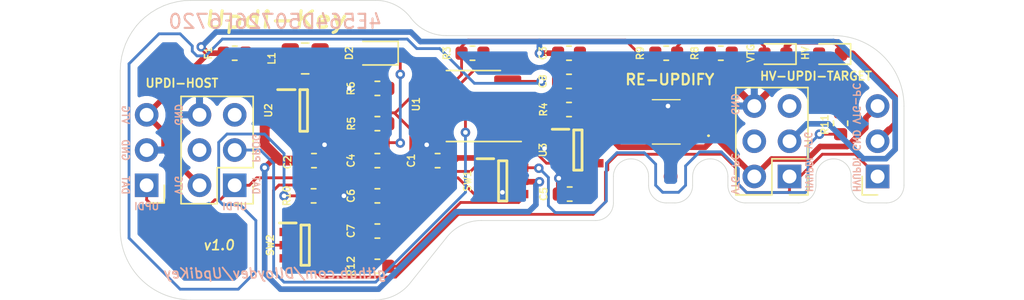
<source format=kicad_pcb>
(kicad_pcb (version 20171130) (host pcbnew "(5.1.5)-3")

  (general
    (thickness 1.6)
    (drawings 76)
    (tracks 361)
    (zones 0)
    (modules 36)
    (nets 20)
  )

  (page A4)
  (layers
    (0 F.Cu signal)
    (31 B.Cu signal)
    (32 B.Adhes user)
    (33 F.Adhes user)
    (34 B.Paste user)
    (35 F.Paste user)
    (36 B.SilkS user)
    (37 F.SilkS user)
    (38 B.Mask user)
    (39 F.Mask user hide)
    (40 Dwgs.User user)
    (41 Cmts.User user)
    (42 Eco1.User user)
    (43 Eco2.User user)
    (44 Edge.Cuts user)
    (45 Margin user)
    (46 B.CrtYd user)
    (47 F.CrtYd user)
    (48 B.Fab user hide)
    (49 F.Fab user hide)
  )

  (setup
    (last_trace_width 0.2032)
    (trace_clearance 0.2032)
    (zone_clearance 0.508)
    (zone_45_only no)
    (trace_min 0.2032)
    (via_size 0.6858)
    (via_drill 0.3302)
    (via_min_size 0.6858)
    (via_min_drill 0.3302)
    (uvia_size 0.6858)
    (uvia_drill 0.3302)
    (uvias_allowed no)
    (uvia_min_size 0.6858)
    (uvia_min_drill 0.3302)
    (edge_width 0.05)
    (segment_width 0.2)
    (pcb_text_width 0.3)
    (pcb_text_size 1.5 1.5)
    (mod_edge_width 0.12)
    (mod_text_size 1 1)
    (mod_text_width 0.15)
    (pad_size 1.524 1.524)
    (pad_drill 0.762)
    (pad_to_mask_clearance 0.051)
    (solder_mask_min_width 0.25)
    (aux_axis_origin 0 0)
    (visible_elements 7FFFFF7F)
    (pcbplotparams
      (layerselection 0x010fc_ffffffff)
      (usegerberextensions false)
      (usegerberattributes false)
      (usegerberadvancedattributes false)
      (creategerberjobfile false)
      (excludeedgelayer true)
      (linewidth 0.100000)
      (plotframeref false)
      (viasonmask false)
      (mode 1)
      (useauxorigin false)
      (hpglpennumber 1)
      (hpglpenspeed 20)
      (hpglpendiameter 15.000000)
      (psnegative false)
      (psa4output false)
      (plotreference true)
      (plotvalue true)
      (plotinvisibletext false)
      (padsonsilk false)
      (subtractmaskfromsilk false)
      (outputformat 1)
      (mirror false)
      (drillshape 0)
      (scaleselection 1)
      (outputdirectory "UpdiKeyPlots/"))
  )

  (net 0 "")
  (net 1 GND)
  (net 2 VF)
  (net 3 VTG)
  (net 4 VTG-PC)
  (net 5 /HV-EN)
  (net 6 "Net-(C4-Pad2)")
  (net 7 /12V)
  (net 8 /UPDI-HOST)
  (net 9 /UPDI-SENSE)
  (net 10 "Net-(D2-Pad2)")
  (net 11 /HVUPDI-TARGET)
  (net 12 /UPDI-EN)
  (net 13 /UPDI-KEY)
  (net 14 /PWR-SW-EN)
  (net 15 "Net-(R12-Pad2)")
  (net 16 "Net-(R12-Pad1)")
  (net 17 "Net-(HV1-Pad2)")
  (net 18 "Net-(R9-Pad2)")
  (net 19 /PROG)

  (net_class Default "This is the default net class."
    (clearance 0.2032)
    (trace_width 0.2032)
    (via_dia 0.6858)
    (via_drill 0.3302)
    (uvia_dia 0.6858)
    (uvia_drill 0.3302)
    (diff_pair_width 0.2032)
    (diff_pair_gap 0.2032)
    (add_net /12V)
    (add_net /HV-EN)
    (add_net /HVUPDI-TARGET)
    (add_net /PROG)
    (add_net /PWR-SW-EN)
    (add_net /UPDI-EN)
    (add_net /UPDI-HOST)
    (add_net /UPDI-KEY)
    (add_net /UPDI-SENSE)
    (add_net "Net-(HV1-Pad2)")
    (add_net "Net-(R12-Pad1)")
    (add_net "Net-(R12-Pad2)")
    (add_net "Net-(R9-Pad2)")
  )

  (net_class PWR16 ""
    (clearance 0.2032)
    (trace_width 0.4064)
    (via_dia 0.6858)
    (via_drill 0.3302)
    (uvia_dia 0.6858)
    (uvia_drill 0.3302)
    (diff_pair_width 0.2032)
    (diff_pair_gap 0.2032)
    (add_net GND)
    (add_net "Net-(C4-Pad2)")
    (add_net VF)
    (add_net VTG)
    (add_net VTG-PC)
  )

  (net_class PWR20 ""
    (clearance 0.2032)
    (trace_width 0.508)
    (via_dia 0.6858)
    (via_drill 0.3302)
    (uvia_dia 0.6858)
    (uvia_drill 0.3302)
    (diff_pair_width 0.2032)
    (diff_pair_gap 0.2032)
  )

  (net_class PWR24 ""
    (clearance 0.2032)
    (trace_width 0.6096)
    (via_dia 0.6858)
    (via_drill 0.3302)
    (uvia_dia 0.6858)
    (uvia_drill 0.3302)
    (diff_pair_width 0.2032)
    (diff_pair_gap 0.2032)
  )

  (net_class PWR28 ""
    (clearance 0.2032)
    (trace_width 0.7112)
    (via_dia 0.6858)
    (via_drill 0.3302)
    (uvia_dia 0.6858)
    (uvia_drill 0.3302)
    (diff_pair_width 0.2032)
    (diff_pair_gap 0.2032)
    (add_net "Net-(D2-Pad2)")
  )

  (net_class PWR32 ""
    (clearance 0.2032)
    (trace_width 0.8128)
    (via_dia 0.6858)
    (via_drill 0.3302)
    (uvia_dia 0.6858)
    (uvia_drill 0.3302)
    (diff_pair_width 0.2032)
    (diff_pair_gap 0.2032)
  )

  (module Connector_PinHeader_2.54mm:PinHeader_1x03_P2.54mm_Horizontal (layer F.Cu) (tedit 5F8D1C83) (tstamp 5F849602)
    (at 26.035 34.29 180)
    (descr "Through hole angled pin header, 1x03, 2.54mm pitch, 6mm pin length, single row")
    (tags "Through hole angled pin header THT 1x03 2.54mm single row")
    (path /5F5C9525)
    (fp_text reference J2 (at 0 -2.27 270) (layer F.SilkS) hide
      (effects (font (size 0.508 0.508) (thickness 0.1016)))
    )
    (fp_text value UPDI-IN (at 4.064 8.128 180) (layer F.Fab)
      (effects (font (size 1 1) (thickness 0.15)))
    )
    (fp_line (start 2.135 -1.27) (end 4.04 -1.27) (layer F.Fab) (width 0.1))
    (fp_line (start 4.04 -1.27) (end 4.04 6.35) (layer F.Fab) (width 0.1))
    (fp_line (start 4.04 6.35) (end 1.5 6.35) (layer F.Fab) (width 0.1))
    (fp_line (start 1.5 6.35) (end 1.5 -0.635) (layer F.Fab) (width 0.1))
    (fp_line (start 1.5 -0.635) (end 2.135 -1.27) (layer F.Fab) (width 0.1))
    (fp_line (start -0.32 -0.32) (end 1.5 -0.32) (layer F.Fab) (width 0.1))
    (fp_line (start -0.32 -0.32) (end -0.32 0.32) (layer F.Fab) (width 0.1))
    (fp_line (start -0.32 0.32) (end 1.5 0.32) (layer F.Fab) (width 0.1))
    (fp_line (start 4.04 -0.32) (end 10.04 -0.32) (layer F.Fab) (width 0.1))
    (fp_line (start 10.04 -0.32) (end 10.04 0.32) (layer F.Fab) (width 0.1))
    (fp_line (start 4.04 0.32) (end 10.04 0.32) (layer F.Fab) (width 0.1))
    (fp_line (start -0.32 2.22) (end 1.5 2.22) (layer F.Fab) (width 0.1))
    (fp_line (start -0.32 2.22) (end -0.32 2.86) (layer F.Fab) (width 0.1))
    (fp_line (start -0.32 2.86) (end 1.5 2.86) (layer F.Fab) (width 0.1))
    (fp_line (start 4.04 2.22) (end 10.04 2.22) (layer F.Fab) (width 0.1))
    (fp_line (start 10.04 2.22) (end 10.04 2.86) (layer F.Fab) (width 0.1))
    (fp_line (start 4.04 2.86) (end 10.04 2.86) (layer F.Fab) (width 0.1))
    (fp_line (start -0.32 4.76) (end 1.5 4.76) (layer F.Fab) (width 0.1))
    (fp_line (start -0.32 4.76) (end -0.32 5.4) (layer F.Fab) (width 0.1))
    (fp_line (start -0.32 5.4) (end 1.5 5.4) (layer F.Fab) (width 0.1))
    (fp_line (start 4.04 4.76) (end 10.04 4.76) (layer F.Fab) (width 0.1))
    (fp_line (start 10.04 4.76) (end 10.04 5.4) (layer F.Fab) (width 0.1))
    (fp_line (start 4.04 5.4) (end 10.04 5.4) (layer F.Fab) (width 0.1))
    (fp_line (start -1.27 0) (end -1.27 -1.27) (layer F.SilkS) (width 0.12))
    (fp_line (start -1.27 -1.27) (end 0 -1.27) (layer F.SilkS) (width 0.12))
    (fp_line (start -1.8 -1.8) (end -1.8 6.85) (layer F.CrtYd) (width 0.05))
    (fp_line (start -1.8 6.85) (end 10.55 6.85) (layer F.CrtYd) (width 0.05))
    (fp_line (start 10.55 6.85) (end 10.55 -1.8) (layer F.CrtYd) (width 0.05))
    (fp_line (start 10.55 -1.8) (end -1.8 -1.8) (layer F.CrtYd) (width 0.05))
    (fp_text user %R (at 2.77 2.54 270) (layer F.Fab)
      (effects (font (size 0.508 0.508) (thickness 0.1016)))
    )
    (pad 1 thru_hole rect (at 0 0 180) (size 1.7 1.7) (drill 1) (layers *.Cu *.Mask)
      (net 8 /UPDI-HOST))
    (pad 2 thru_hole oval (at 0 2.54 180) (size 1.7 1.7) (drill 1) (layers *.Cu *.Mask)
      (net 1 GND))
    (pad 3 thru_hole oval (at 0 5.08 180) (size 1.7 1.7) (drill 1) (layers *.Cu *.Mask)
      (net 3 VTG))
    (model ${KISYS3DMOD}/Connector_PinHeader_2.54mm.3dshapes/PinHeader_1x03_P2.54mm_Horizontal.wrl
      (at (xyz 0 0 0))
      (scale (xyz 1 1 1))
      (rotate (xyz 0 0 0))
    )
  )

  (module Connector_PinSocket_2.54mm:PinSocket_1x03_P2.54mm_Horizontal (layer F.Cu) (tedit 5F8D1BE6) (tstamp 5F852CC6)
    (at 78.74 33.655 180)
    (descr "Through hole angled socket strip, 1x03, 2.54mm pitch, 8.51mm socket length, single row (from Kicad 4.0.7), script generated")
    (tags "Through hole angled socket strip THT 1x03 2.54mm single row")
    (path /5F5C952B)
    (fp_text reference J5 (at -4.38 -2.77 180) (layer F.SilkS) hide
      (effects (font (size 1 1) (thickness 0.15)))
    )
    (fp_text value HVUPDI-OUT (at -4.38 7.85 180) (layer F.Fab)
      (effects (font (size 1 1) (thickness 0.15)))
    )
    (fp_line (start -10.03 -1.27) (end -2.49 -1.27) (layer F.Fab) (width 0.1))
    (fp_line (start -2.49 -1.27) (end -1.52 -0.3) (layer F.Fab) (width 0.1))
    (fp_line (start -1.52 -0.3) (end -1.52 6.35) (layer F.Fab) (width 0.1))
    (fp_line (start -1.52 6.35) (end -10.03 6.35) (layer F.Fab) (width 0.1))
    (fp_line (start -10.03 6.35) (end -10.03 -1.27) (layer F.Fab) (width 0.1))
    (fp_line (start 0 -0.3) (end -1.52 -0.3) (layer F.Fab) (width 0.1))
    (fp_line (start -1.52 0.3) (end 0 0.3) (layer F.Fab) (width 0.1))
    (fp_line (start 0 0.3) (end 0 -0.3) (layer F.Fab) (width 0.1))
    (fp_line (start 0 2.24) (end -1.52 2.24) (layer F.Fab) (width 0.1))
    (fp_line (start -1.52 2.84) (end 0 2.84) (layer F.Fab) (width 0.1))
    (fp_line (start 0 2.84) (end 0 2.24) (layer F.Fab) (width 0.1))
    (fp_line (start 0 4.78) (end -1.52 4.78) (layer F.Fab) (width 0.1))
    (fp_line (start -1.52 5.38) (end 0 5.38) (layer F.Fab) (width 0.1))
    (fp_line (start 0 5.38) (end 0 4.78) (layer F.Fab) (width 0.1))
    (fp_line (start 1.11 -1.33) (end 1.11 0) (layer F.SilkS) (width 0.12))
    (fp_line (start 0 -1.33) (end 1.11 -1.33) (layer F.SilkS) (width 0.12))
    (fp_line (start 1.75 -1.8) (end -10.55 -1.8) (layer F.CrtYd) (width 0.05))
    (fp_line (start -10.55 -1.8) (end -10.55 6.85) (layer F.CrtYd) (width 0.05))
    (fp_line (start -10.55 6.85) (end 1.75 6.85) (layer F.CrtYd) (width 0.05))
    (fp_line (start 1.75 6.85) (end 1.75 -1.8) (layer F.CrtYd) (width 0.05))
    (fp_text user %R (at -5.775 2.54 180) (layer F.Fab)
      (effects (font (size 1 1) (thickness 0.15)))
    )
    (pad 1 thru_hole rect (at 0 0 180) (size 1.7 1.7) (drill 1) (layers *.Cu *.Mask)
      (net 11 /HVUPDI-TARGET))
    (pad 2 thru_hole oval (at 0 2.54 180) (size 1.7 1.7) (drill 1) (layers *.Cu *.Mask)
      (net 1 GND))
    (pad 3 thru_hole oval (at 0 5.08 180) (size 1.7 1.7) (drill 1) (layers *.Cu *.Mask)
      (net 4 VTG-PC))
    (model ${KISYS3DMOD}/Connector_PinSocket_2.54mm.3dshapes/PinSocket_1x03_P2.54mm_Horizontal.wrl
      (at (xyz 0 0 0))
      (scale (xyz 1 1 1))
      (rotate (xyz 0 0 0))
    )
  )

  (module LED_SMD:LED_0603_1608Metric (layer F.Cu) (tedit 5F5D1AC4) (tstamp 5F5D81F3)
    (at 71.374 24.8285 180)
    (descr "LED SMD 0603 (1608 Metric), square (rectangular) end terminal, IPC_7351 nominal, (Body size source: http://www.tortai-tech.com/upload/download/2011102023233369053.pdf), generated with kicad-footprint-generator")
    (tags diode)
    (path /5F5E186B)
    (attr smd)
    (fp_text reference VTG1 (at 1.7525 0 90) (layer F.SilkS) hide
      (effects (font (size 0.508 0.508) (thickness 0.1016)))
    )
    (fp_text value GREEN (at 0 1.43) (layer F.Fab)
      (effects (font (size 1 1) (thickness 0.15)))
    )
    (fp_line (start 0.8 -0.4) (end -0.5 -0.4) (layer F.Fab) (width 0.1))
    (fp_line (start -0.5 -0.4) (end -0.8 -0.1) (layer F.Fab) (width 0.1))
    (fp_line (start -0.8 -0.1) (end -0.8 0.4) (layer F.Fab) (width 0.1))
    (fp_line (start -0.8 0.4) (end 0.8 0.4) (layer F.Fab) (width 0.1))
    (fp_line (start 0.8 0.4) (end 0.8 -0.4) (layer F.Fab) (width 0.1))
    (fp_line (start 0.8 -0.735) (end -1.485 -0.735) (layer F.SilkS) (width 0.12))
    (fp_line (start -1.485 -0.735) (end -1.485 0.735) (layer F.SilkS) (width 0.12))
    (fp_line (start -1.485 0.735) (end 0.8 0.735) (layer F.SilkS) (width 0.12))
    (fp_line (start -1.48 0.73) (end -1.48 -0.73) (layer F.CrtYd) (width 0.05))
    (fp_line (start -1.48 -0.73) (end 1.48 -0.73) (layer F.CrtYd) (width 0.05))
    (fp_line (start 1.48 -0.73) (end 1.48 0.73) (layer F.CrtYd) (width 0.05))
    (fp_line (start 1.48 0.73) (end -1.48 0.73) (layer F.CrtYd) (width 0.05))
    (fp_text user %R (at 0 0) (layer F.Fab)
      (effects (font (size 0.508 0.508) (thickness 0.1016)))
    )
    (pad 1 smd roundrect (at -0.7875 0 180) (size 0.875 0.95) (layers F.Cu F.Paste F.Mask) (roundrect_rratio 0.25)
      (net 1 GND))
    (pad 2 smd roundrect (at 0.7875 0 180) (size 0.875 0.95) (layers F.Cu F.Paste F.Mask) (roundrect_rratio 0.25)
      (net 18 "Net-(R9-Pad2)"))
    (model ${KISYS3DMOD}/LED_SMD.3dshapes/LED_0603_1608Metric.wrl
      (at (xyz 0 0 0))
      (scale (xyz 1 1 1))
      (rotate (xyz 0 0 0))
    )
    (model ${KIPRJMOD}/Library/LED_SMD.3dshapes/LED_0603_Green.step
      (at (xyz 0 0 0))
      (scale (xyz 1 1 1))
      (rotate (xyz 0 0 0))
    )
  )

  (module Fuse:Fuse_0603_1608Metric (layer F.Cu) (tedit 5F5AFD35) (tstamp 5F5C6DD3)
    (at 32.385 24.765 180)
    (descr "Fuse SMD 0603 (1608 Metric), square (rectangular) end terminal, IPC_7351 nominal, (Body size source: http://www.tortai-tech.com/upload/download/2011102023233369053.pdf), generated with kicad-footprint-generator")
    (tags resistor)
    (path /5F5E4CB0)
    (attr smd)
    (fp_text reference F1 (at 1.905 0 270) (layer F.SilkS)
      (effects (font (size 0.508 0.508) (thickness 0.1016)))
    )
    (fp_text value 50mA (at 0 1.43 180) (layer F.Fab)
      (effects (font (size 1 1) (thickness 0.15)))
    )
    (fp_line (start -0.8 0.4) (end -0.8 -0.4) (layer F.Fab) (width 0.1))
    (fp_line (start -0.8 -0.4) (end 0.8 -0.4) (layer F.Fab) (width 0.1))
    (fp_line (start 0.8 -0.4) (end 0.8 0.4) (layer F.Fab) (width 0.1))
    (fp_line (start 0.8 0.4) (end -0.8 0.4) (layer F.Fab) (width 0.1))
    (fp_line (start -0.162779 -0.51) (end 0.162779 -0.51) (layer F.SilkS) (width 0.12))
    (fp_line (start -0.162779 0.51) (end 0.162779 0.51) (layer F.SilkS) (width 0.12))
    (fp_line (start -1.48 0.73) (end -1.48 -0.73) (layer F.CrtYd) (width 0.05))
    (fp_line (start -1.48 -0.73) (end 1.48 -0.73) (layer F.CrtYd) (width 0.05))
    (fp_line (start 1.48 -0.73) (end 1.48 0.73) (layer F.CrtYd) (width 0.05))
    (fp_line (start 1.48 0.73) (end -1.48 0.73) (layer F.CrtYd) (width 0.05))
    (fp_text user %R (at 0 0 180) (layer F.Fab)
      (effects (font (size 0.508 0.508) (thickness 0.1016)))
    )
    (pad 1 smd roundrect (at -0.7875 0 180) (size 0.875 0.95) (layers F.Cu F.Paste F.Mask) (roundrect_rratio 0.25)
      (net 2 VF))
    (pad 2 smd roundrect (at 0.7875 0 180) (size 0.875 0.95) (layers F.Cu F.Paste F.Mask) (roundrect_rratio 0.25)
      (net 3 VTG))
    (model ${KISYS3DMOD}/Fuse.3dshapes/Fuse_0603_1608Metric.wrl
      (at (xyz 0 0 0))
      (scale (xyz 1 1 1))
      (rotate (xyz 0 0 0))
    )
    (model ${KIPRJMOD}/Library/SamacSys_Parts.3dshapes/0603L010YR.stp
      (at (xyz 0 0 0))
      (scale (xyz 1 1 1))
      (rotate (xyz 0 0 0))
    )
  )

  (module Capacitor_SMD:C_0603_1608Metric (layer F.Cu) (tedit 5B301BBE) (tstamp 5F5BD660)
    (at 47.0155 32.512 180)
    (descr "Capacitor SMD 0603 (1608 Metric), square (rectangular) end terminal, IPC_7351 nominal, (Body size source: http://www.tortai-tech.com/upload/download/2011102023233369053.pdf), generated with kicad-footprint-generator")
    (tags capacitor)
    (path /5F5C962E)
    (attr smd)
    (fp_text reference C1 (at 1.905 0 90) (layer F.SilkS)
      (effects (font (size 0.508 0.508) (thickness 0.1016)))
    )
    (fp_text value 0.1µF (at 0 1.43) (layer F.Fab)
      (effects (font (size 1 1) (thickness 0.15)))
    )
    (fp_line (start -0.8 0.4) (end -0.8 -0.4) (layer F.Fab) (width 0.1))
    (fp_line (start -0.8 -0.4) (end 0.8 -0.4) (layer F.Fab) (width 0.1))
    (fp_line (start 0.8 -0.4) (end 0.8 0.4) (layer F.Fab) (width 0.1))
    (fp_line (start 0.8 0.4) (end -0.8 0.4) (layer F.Fab) (width 0.1))
    (fp_line (start -0.162779 -0.51) (end 0.162779 -0.51) (layer F.SilkS) (width 0.12))
    (fp_line (start -0.162779 0.51) (end 0.162779 0.51) (layer F.SilkS) (width 0.12))
    (fp_line (start -1.48 0.73) (end -1.48 -0.73) (layer F.CrtYd) (width 0.05))
    (fp_line (start -1.48 -0.73) (end 1.48 -0.73) (layer F.CrtYd) (width 0.05))
    (fp_line (start 1.48 -0.73) (end 1.48 0.73) (layer F.CrtYd) (width 0.05))
    (fp_line (start 1.48 0.73) (end -1.48 0.73) (layer F.CrtYd) (width 0.05))
    (fp_text user %R (at 0 0) (layer F.Fab)
      (effects (font (size 0.508 0.508) (thickness 0.1016)))
    )
    (pad 1 smd roundrect (at -0.7875 0 180) (size 0.875 0.95) (layers F.Cu F.Paste F.Mask) (roundrect_rratio 0.25)
      (net 2 VF))
    (pad 2 smd roundrect (at 0.7875 0 180) (size 0.875 0.95) (layers F.Cu F.Paste F.Mask) (roundrect_rratio 0.25)
      (net 1 GND))
    (model ${KISYS3DMOD}/Capacitor_SMD.3dshapes/C_0603_1608Metric.wrl
      (at (xyz 0 0 0))
      (scale (xyz 1 1 1))
      (rotate (xyz 0 0 0))
    )
  )

  (module Capacitor_SMD:C_0603_1608Metric (layer F.Cu) (tedit 5B301BBE) (tstamp 5F5B162D)
    (at 38.1 32.512)
    (descr "Capacitor SMD 0603 (1608 Metric), square (rectangular) end terminal, IPC_7351 nominal, (Body size source: http://www.tortai-tech.com/upload/download/2011102023233369053.pdf), generated with kicad-footprint-generator")
    (tags capacitor)
    (path /5F8252A2)
    (attr smd)
    (fp_text reference C2 (at -1.905 0.127 90) (layer F.SilkS)
      (effects (font (size 0.508 0.508) (thickness 0.1016)))
    )
    (fp_text value 10µF (at 0 1.43) (layer F.Fab)
      (effects (font (size 1 1) (thickness 0.15)))
    )
    (fp_line (start -0.8 0.4) (end -0.8 -0.4) (layer F.Fab) (width 0.1))
    (fp_line (start -0.8 -0.4) (end 0.8 -0.4) (layer F.Fab) (width 0.1))
    (fp_line (start 0.8 -0.4) (end 0.8 0.4) (layer F.Fab) (width 0.1))
    (fp_line (start 0.8 0.4) (end -0.8 0.4) (layer F.Fab) (width 0.1))
    (fp_line (start -0.162779 -0.51) (end 0.162779 -0.51) (layer F.SilkS) (width 0.12))
    (fp_line (start -0.162779 0.51) (end 0.162779 0.51) (layer F.SilkS) (width 0.12))
    (fp_line (start -1.48 0.73) (end -1.48 -0.73) (layer F.CrtYd) (width 0.05))
    (fp_line (start -1.48 -0.73) (end 1.48 -0.73) (layer F.CrtYd) (width 0.05))
    (fp_line (start 1.48 -0.73) (end 1.48 0.73) (layer F.CrtYd) (width 0.05))
    (fp_line (start 1.48 0.73) (end -1.48 0.73) (layer F.CrtYd) (width 0.05))
    (fp_text user %R (at 0 0) (layer F.Fab)
      (effects (font (size 0.508 0.508) (thickness 0.1016)))
    )
    (pad 1 smd roundrect (at -0.7875 0) (size 0.875 0.95) (layers F.Cu F.Paste F.Mask) (roundrect_rratio 0.25)
      (net 2 VF))
    (pad 2 smd roundrect (at 0.7875 0) (size 0.875 0.95) (layers F.Cu F.Paste F.Mask) (roundrect_rratio 0.25)
      (net 1 GND))
    (model ${KISYS3DMOD}/Capacitor_SMD.3dshapes/C_0603_1608Metric.wrl
      (at (xyz 0 0 0))
      (scale (xyz 1 1 1))
      (rotate (xyz 0 0 0))
    )
  )

  (module Capacitor_SMD:C_0603_1608Metric (layer F.Cu) (tedit 5B301BBE) (tstamp 5F5B163E)
    (at 56.4895 24.765)
    (descr "Capacitor SMD 0603 (1608 Metric), square (rectangular) end terminal, IPC_7351 nominal, (Body size source: http://www.tortai-tech.com/upload/download/2011102023233369053.pdf), generated with kicad-footprint-generator")
    (tags capacitor)
    (path /5F662288)
    (attr smd)
    (fp_text reference C3 (at -1.8795 0 90) (layer F.SilkS)
      (effects (font (size 0.508 0.508) (thickness 0.1016)))
    )
    (fp_text value 10µF (at 0 1.43) (layer F.Fab)
      (effects (font (size 1 1) (thickness 0.15)))
    )
    (fp_text user %R (at 0 0) (layer F.Fab)
      (effects (font (size 0.508 0.508) (thickness 0.1016)))
    )
    (fp_line (start 1.48 0.73) (end -1.48 0.73) (layer F.CrtYd) (width 0.05))
    (fp_line (start 1.48 -0.73) (end 1.48 0.73) (layer F.CrtYd) (width 0.05))
    (fp_line (start -1.48 -0.73) (end 1.48 -0.73) (layer F.CrtYd) (width 0.05))
    (fp_line (start -1.48 0.73) (end -1.48 -0.73) (layer F.CrtYd) (width 0.05))
    (fp_line (start -0.162779 0.51) (end 0.162779 0.51) (layer F.SilkS) (width 0.12))
    (fp_line (start -0.162779 -0.51) (end 0.162779 -0.51) (layer F.SilkS) (width 0.12))
    (fp_line (start 0.8 0.4) (end -0.8 0.4) (layer F.Fab) (width 0.1))
    (fp_line (start 0.8 -0.4) (end 0.8 0.4) (layer F.Fab) (width 0.1))
    (fp_line (start -0.8 -0.4) (end 0.8 -0.4) (layer F.Fab) (width 0.1))
    (fp_line (start -0.8 0.4) (end -0.8 -0.4) (layer F.Fab) (width 0.1))
    (pad 2 smd roundrect (at 0.7875 0) (size 0.875 0.95) (layers F.Cu F.Paste F.Mask) (roundrect_rratio 0.25)
      (net 1 GND))
    (pad 1 smd roundrect (at -0.7875 0) (size 0.875 0.95) (layers F.Cu F.Paste F.Mask) (roundrect_rratio 0.25)
      (net 3 VTG))
    (model ${KISYS3DMOD}/Capacitor_SMD.3dshapes/C_0603_1608Metric.wrl
      (at (xyz 0 0 0))
      (scale (xyz 1 1 1))
      (rotate (xyz 0 0 0))
    )
  )

  (module Capacitor_SMD:C_0603_1608Metric (layer F.Cu) (tedit 5B301BBE) (tstamp 5F5B164F)
    (at 42.672 32.512 180)
    (descr "Capacitor SMD 0603 (1608 Metric), square (rectangular) end terminal, IPC_7351 nominal, (Body size source: http://www.tortai-tech.com/upload/download/2011102023233369053.pdf), generated with kicad-footprint-generator")
    (tags capacitor)
    (path /5F81C3F7)
    (attr smd)
    (fp_text reference C4 (at 1.905 0 90) (layer F.SilkS)
      (effects (font (size 0.508 0.508) (thickness 0.1016)))
    )
    (fp_text value 68pF (at 0 1.43) (layer F.Fab)
      (effects (font (size 1 1) (thickness 0.15)))
    )
    (fp_text user %R (at 0 0) (layer F.Fab)
      (effects (font (size 0.508 0.508) (thickness 0.1016)))
    )
    (fp_line (start 1.48 0.73) (end -1.48 0.73) (layer F.CrtYd) (width 0.05))
    (fp_line (start 1.48 -0.73) (end 1.48 0.73) (layer F.CrtYd) (width 0.05))
    (fp_line (start -1.48 -0.73) (end 1.48 -0.73) (layer F.CrtYd) (width 0.05))
    (fp_line (start -1.48 0.73) (end -1.48 -0.73) (layer F.CrtYd) (width 0.05))
    (fp_line (start -0.162779 0.51) (end 0.162779 0.51) (layer F.SilkS) (width 0.12))
    (fp_line (start -0.162779 -0.51) (end 0.162779 -0.51) (layer F.SilkS) (width 0.12))
    (fp_line (start 0.8 0.4) (end -0.8 0.4) (layer F.Fab) (width 0.1))
    (fp_line (start 0.8 -0.4) (end 0.8 0.4) (layer F.Fab) (width 0.1))
    (fp_line (start -0.8 -0.4) (end 0.8 -0.4) (layer F.Fab) (width 0.1))
    (fp_line (start -0.8 0.4) (end -0.8 -0.4) (layer F.Fab) (width 0.1))
    (pad 2 smd roundrect (at 0.7875 0 180) (size 0.875 0.95) (layers F.Cu F.Paste F.Mask) (roundrect_rratio 0.25)
      (net 6 "Net-(C4-Pad2)"))
    (pad 1 smd roundrect (at -0.7875 0 180) (size 0.875 0.95) (layers F.Cu F.Paste F.Mask) (roundrect_rratio 0.25)
      (net 7 /12V))
    (model ${KISYS3DMOD}/Capacitor_SMD.3dshapes/C_0603_1608Metric.wrl
      (at (xyz 0 0 0))
      (scale (xyz 1 1 1))
      (rotate (xyz 0 0 0))
    )
  )

  (module Capacitor_SMD:C_0603_1608Metric (layer F.Cu) (tedit 5B301BBE) (tstamp 5F5D826F)
    (at 56.5405 34.925 180)
    (descr "Capacitor SMD 0603 (1608 Metric), square (rectangular) end terminal, IPC_7351 nominal, (Body size source: http://www.tortai-tech.com/upload/download/2011102023233369053.pdf), generated with kicad-footprint-generator")
    (tags capacitor)
    (path /5F714F5E)
    (attr smd)
    (fp_text reference C5 (at 1.8795 0 90) (layer F.SilkS)
      (effects (font (size 0.508 0.508) (thickness 0.1016)))
    )
    (fp_text value 10µF (at 0.1525 1.905) (layer F.Fab)
      (effects (font (size 1 1) (thickness 0.15)))
    )
    (fp_text user %R (at 0 0) (layer F.Fab)
      (effects (font (size 0.508 0.508) (thickness 0.1016)))
    )
    (fp_line (start 1.48 0.73) (end -1.48 0.73) (layer F.CrtYd) (width 0.05))
    (fp_line (start 1.48 -0.73) (end 1.48 0.73) (layer F.CrtYd) (width 0.05))
    (fp_line (start -1.48 -0.73) (end 1.48 -0.73) (layer F.CrtYd) (width 0.05))
    (fp_line (start -1.48 0.73) (end -1.48 -0.73) (layer F.CrtYd) (width 0.05))
    (fp_line (start -0.162779 0.51) (end 0.162779 0.51) (layer F.SilkS) (width 0.12))
    (fp_line (start -0.162779 -0.51) (end 0.162779 -0.51) (layer F.SilkS) (width 0.12))
    (fp_line (start 0.8 0.4) (end -0.8 0.4) (layer F.Fab) (width 0.1))
    (fp_line (start 0.8 -0.4) (end 0.8 0.4) (layer F.Fab) (width 0.1))
    (fp_line (start -0.8 -0.4) (end 0.8 -0.4) (layer F.Fab) (width 0.1))
    (fp_line (start -0.8 0.4) (end -0.8 -0.4) (layer F.Fab) (width 0.1))
    (pad 2 smd roundrect (at 0.7875 0 180) (size 0.875 0.95) (layers F.Cu F.Paste F.Mask) (roundrect_rratio 0.25)
      (net 1 GND))
    (pad 1 smd roundrect (at -0.7875 0 180) (size 0.875 0.95) (layers F.Cu F.Paste F.Mask) (roundrect_rratio 0.25)
      (net 4 VTG-PC))
    (model ${KISYS3DMOD}/Capacitor_SMD.3dshapes/C_0603_1608Metric.wrl
      (at (xyz 0 0 0))
      (scale (xyz 1 1 1))
      (rotate (xyz 0 0 0))
    )
  )

  (module Capacitor_SMD:C_0603_1608Metric (layer F.Cu) (tedit 5B301BBE) (tstamp 5F5C6DA3)
    (at 42.672 35.052 180)
    (descr "Capacitor SMD 0603 (1608 Metric), square (rectangular) end terminal, IPC_7351 nominal, (Body size source: http://www.tortai-tech.com/upload/download/2011102023233369053.pdf), generated with kicad-footprint-generator")
    (tags capacitor)
    (path /5F820D6B)
    (attr smd)
    (fp_text reference C6 (at 1.905 0 90) (layer F.SilkS)
      (effects (font (size 0.508 0.508) (thickness 0.1016)))
    )
    (fp_text value 4.7µF (at 0 1.43) (layer F.Fab)
      (effects (font (size 1 1) (thickness 0.15)))
    )
    (fp_line (start -0.8 0.4) (end -0.8 -0.4) (layer F.Fab) (width 0.1))
    (fp_line (start -0.8 -0.4) (end 0.8 -0.4) (layer F.Fab) (width 0.1))
    (fp_line (start 0.8 -0.4) (end 0.8 0.4) (layer F.Fab) (width 0.1))
    (fp_line (start 0.8 0.4) (end -0.8 0.4) (layer F.Fab) (width 0.1))
    (fp_line (start -0.162779 -0.51) (end 0.162779 -0.51) (layer F.SilkS) (width 0.12))
    (fp_line (start -0.162779 0.51) (end 0.162779 0.51) (layer F.SilkS) (width 0.12))
    (fp_line (start -1.48 0.73) (end -1.48 -0.73) (layer F.CrtYd) (width 0.05))
    (fp_line (start -1.48 -0.73) (end 1.48 -0.73) (layer F.CrtYd) (width 0.05))
    (fp_line (start 1.48 -0.73) (end 1.48 0.73) (layer F.CrtYd) (width 0.05))
    (fp_line (start 1.48 0.73) (end -1.48 0.73) (layer F.CrtYd) (width 0.05))
    (fp_text user %R (at 0 0) (layer F.Fab)
      (effects (font (size 0.508 0.508) (thickness 0.1016)))
    )
    (pad 1 smd roundrect (at -0.7875 0 180) (size 0.875 0.95) (layers F.Cu F.Paste F.Mask) (roundrect_rratio 0.25)
      (net 7 /12V))
    (pad 2 smd roundrect (at 0.7875 0 180) (size 0.875 0.95) (layers F.Cu F.Paste F.Mask) (roundrect_rratio 0.25)
      (net 1 GND))
    (model ${KISYS3DMOD}/Capacitor_SMD.3dshapes/C_0603_1608Metric.wrl
      (at (xyz 0 0 0))
      (scale (xyz 1 1 1))
      (rotate (xyz 0 0 0))
    )
  )

  (module Resistor_SMD:R_0603_1608Metric (layer F.Cu) (tedit 5B301BBD) (tstamp 5F5B179A)
    (at 49.53 24.765)
    (descr "Resistor SMD 0603 (1608 Metric), square (rectangular) end terminal, IPC_7351 nominal, (Body size source: http://www.tortai-tech.com/upload/download/2011102023233369053.pdf), generated with kicad-footprint-generator")
    (tags resistor)
    (path /5FD033D9)
    (attr smd)
    (fp_text reference R3 (at -1.8415 0 90) (layer F.SilkS)
      (effects (font (size 0.508 0.508) (thickness 0.1016)))
    )
    (fp_text value 10K (at 0 1.43) (layer F.Fab)
      (effects (font (size 1 1) (thickness 0.15)))
    )
    (fp_text user %R (at 0 0) (layer F.Fab)
      (effects (font (size 0.508 0.508) (thickness 0.1016)))
    )
    (fp_line (start 1.48 0.73) (end -1.48 0.73) (layer F.CrtYd) (width 0.05))
    (fp_line (start 1.48 -0.73) (end 1.48 0.73) (layer F.CrtYd) (width 0.05))
    (fp_line (start -1.48 -0.73) (end 1.48 -0.73) (layer F.CrtYd) (width 0.05))
    (fp_line (start -1.48 0.73) (end -1.48 -0.73) (layer F.CrtYd) (width 0.05))
    (fp_line (start -0.162779 0.51) (end 0.162779 0.51) (layer F.SilkS) (width 0.12))
    (fp_line (start -0.162779 -0.51) (end 0.162779 -0.51) (layer F.SilkS) (width 0.12))
    (fp_line (start 0.8 0.4) (end -0.8 0.4) (layer F.Fab) (width 0.1))
    (fp_line (start 0.8 -0.4) (end 0.8 0.4) (layer F.Fab) (width 0.1))
    (fp_line (start -0.8 -0.4) (end 0.8 -0.4) (layer F.Fab) (width 0.1))
    (fp_line (start -0.8 0.4) (end -0.8 -0.4) (layer F.Fab) (width 0.1))
    (pad 2 smd roundrect (at 0.7875 0) (size 0.875 0.95) (layers F.Cu F.Paste F.Mask) (roundrect_rratio 0.25)
      (net 8 /UPDI-HOST))
    (pad 1 smd roundrect (at -0.7875 0) (size 0.875 0.95) (layers F.Cu F.Paste F.Mask) (roundrect_rratio 0.25)
      (net 9 /UPDI-SENSE))
    (model ${KISYS3DMOD}/Resistor_SMD.3dshapes/R_0603_1608Metric.wrl
      (at (xyz 0 0 0))
      (scale (xyz 1 1 1))
      (rotate (xyz 0 0 0))
    )
  )

  (module Resistor_SMD:R_0603_1608Metric (layer F.Cu) (tedit 5B301BBD) (tstamp 5F5D841C)
    (at 42.672 29.845 180)
    (descr "Resistor SMD 0603 (1608 Metric), square (rectangular) end terminal, IPC_7351 nominal, (Body size source: http://www.tortai-tech.com/upload/download/2011102023233369053.pdf), generated with kicad-footprint-generator")
    (tags resistor)
    (path /5F811016)
    (attr smd)
    (fp_text reference R5 (at 1.8795 0 90) (layer F.SilkS)
      (effects (font (size 0.508 0.508) (thickness 0.1016)))
    )
    (fp_text value "102K 1%" (at 0 1.43) (layer F.Fab)
      (effects (font (size 1 1) (thickness 0.15)))
    )
    (fp_text user %R (at 0 0) (layer F.Fab)
      (effects (font (size 0.508 0.508) (thickness 0.1016)))
    )
    (fp_line (start 1.48 0.73) (end -1.48 0.73) (layer F.CrtYd) (width 0.05))
    (fp_line (start 1.48 -0.73) (end 1.48 0.73) (layer F.CrtYd) (width 0.05))
    (fp_line (start -1.48 -0.73) (end 1.48 -0.73) (layer F.CrtYd) (width 0.05))
    (fp_line (start -1.48 0.73) (end -1.48 -0.73) (layer F.CrtYd) (width 0.05))
    (fp_line (start -0.162779 0.51) (end 0.162779 0.51) (layer F.SilkS) (width 0.12))
    (fp_line (start -0.162779 -0.51) (end 0.162779 -0.51) (layer F.SilkS) (width 0.12))
    (fp_line (start 0.8 0.4) (end -0.8 0.4) (layer F.Fab) (width 0.1))
    (fp_line (start 0.8 -0.4) (end 0.8 0.4) (layer F.Fab) (width 0.1))
    (fp_line (start -0.8 -0.4) (end 0.8 -0.4) (layer F.Fab) (width 0.1))
    (fp_line (start -0.8 0.4) (end -0.8 -0.4) (layer F.Fab) (width 0.1))
    (pad 2 smd roundrect (at 0.7875 0 180) (size 0.875 0.95) (layers F.Cu F.Paste F.Mask) (roundrect_rratio 0.25)
      (net 6 "Net-(C4-Pad2)"))
    (pad 1 smd roundrect (at -0.7875 0 180) (size 0.875 0.95) (layers F.Cu F.Paste F.Mask) (roundrect_rratio 0.25)
      (net 7 /12V))
    (model ${KISYS3DMOD}/Resistor_SMD.3dshapes/R_0603_1608Metric.wrl
      (at (xyz 0 0 0))
      (scale (xyz 1 1 1))
      (rotate (xyz 0 0 0))
    )
  )

  (module Resistor_SMD:R_0603_1608Metric (layer F.Cu) (tedit 5B301BBD) (tstamp 5F5D8335)
    (at 42.672 27.305 180)
    (descr "Resistor SMD 0603 (1608 Metric), square (rectangular) end terminal, IPC_7351 nominal, (Body size source: http://www.tortai-tech.com/upload/download/2011102023233369053.pdf), generated with kicad-footprint-generator")
    (tags resistor)
    (path /5F815A93)
    (attr smd)
    (fp_text reference R6 (at 1.905 0 90) (layer F.SilkS)
      (effects (font (size 0.508 0.508) (thickness 0.1016)))
    )
    (fp_text value "11K 1%" (at 0 1.43) (layer F.Fab)
      (effects (font (size 1 1) (thickness 0.15)))
    )
    (fp_line (start -0.8 0.4) (end -0.8 -0.4) (layer F.Fab) (width 0.1))
    (fp_line (start -0.8 -0.4) (end 0.8 -0.4) (layer F.Fab) (width 0.1))
    (fp_line (start 0.8 -0.4) (end 0.8 0.4) (layer F.Fab) (width 0.1))
    (fp_line (start 0.8 0.4) (end -0.8 0.4) (layer F.Fab) (width 0.1))
    (fp_line (start -0.162779 -0.51) (end 0.162779 -0.51) (layer F.SilkS) (width 0.12))
    (fp_line (start -0.162779 0.51) (end 0.162779 0.51) (layer F.SilkS) (width 0.12))
    (fp_line (start -1.48 0.73) (end -1.48 -0.73) (layer F.CrtYd) (width 0.05))
    (fp_line (start -1.48 -0.73) (end 1.48 -0.73) (layer F.CrtYd) (width 0.05))
    (fp_line (start 1.48 -0.73) (end 1.48 0.73) (layer F.CrtYd) (width 0.05))
    (fp_line (start 1.48 0.73) (end -1.48 0.73) (layer F.CrtYd) (width 0.05))
    (fp_text user %R (at 0 0) (layer F.Fab)
      (effects (font (size 0.508 0.508) (thickness 0.1016)))
    )
    (pad 1 smd roundrect (at -0.7875 0 180) (size 0.875 0.95) (layers F.Cu F.Paste F.Mask) (roundrect_rratio 0.25)
      (net 6 "Net-(C4-Pad2)"))
    (pad 2 smd roundrect (at 0.7875 0 180) (size 0.875 0.95) (layers F.Cu F.Paste F.Mask) (roundrect_rratio 0.25)
      (net 1 GND))
    (model ${KISYS3DMOD}/Resistor_SMD.3dshapes/R_0603_1608Metric.wrl
      (at (xyz 0 0 0))
      (scale (xyz 1 1 1))
      (rotate (xyz 0 0 0))
    )
  )

  (module Package_SO:SOIC-8_3.9x4.9mm_P1.27mm (layer F.Cu) (tedit 5D9F72B1) (tstamp 5F5B17E7)
    (at 49.595 28.575 180)
    (descr "SOIC, 8 Pin (JEDEC MS-012AA, https://www.analog.com/media/en/package-pcb-resources/package/pkg_pdf/soic_narrow-r/r_8.pdf), generated with kicad-footprint-generator ipc_gullwing_generator.py")
    (tags "SOIC SO")
    (path /5F5C9531)
    (attr smd)
    (fp_text reference U1 (at 4.129 0.127 90) (layer F.SilkS)
      (effects (font (size 0.508 0.508) (thickness 0.1016)))
    )
    (fp_text value ATtiny202-SS (at 0 3.4) (layer F.Fab)
      (effects (font (size 1 1) (thickness 0.15)))
    )
    (fp_line (start 0 2.56) (end 1.95 2.56) (layer F.SilkS) (width 0.12))
    (fp_line (start 0 2.56) (end -1.95 2.56) (layer F.SilkS) (width 0.12))
    (fp_line (start 0 -2.56) (end 1.95 -2.56) (layer F.SilkS) (width 0.12))
    (fp_line (start 0 -2.56) (end -3.45 -2.56) (layer F.SilkS) (width 0.12))
    (fp_line (start -0.975 -2.45) (end 1.95 -2.45) (layer F.Fab) (width 0.1))
    (fp_line (start 1.95 -2.45) (end 1.95 2.45) (layer F.Fab) (width 0.1))
    (fp_line (start 1.95 2.45) (end -1.95 2.45) (layer F.Fab) (width 0.1))
    (fp_line (start -1.95 2.45) (end -1.95 -1.475) (layer F.Fab) (width 0.1))
    (fp_line (start -1.95 -1.475) (end -0.975 -2.45) (layer F.Fab) (width 0.1))
    (fp_line (start -3.7 -2.7) (end -3.7 2.7) (layer F.CrtYd) (width 0.05))
    (fp_line (start -3.7 2.7) (end 3.7 2.7) (layer F.CrtYd) (width 0.05))
    (fp_line (start 3.7 2.7) (end 3.7 -2.7) (layer F.CrtYd) (width 0.05))
    (fp_line (start 3.7 -2.7) (end -3.7 -2.7) (layer F.CrtYd) (width 0.05))
    (fp_text user %R (at 0 0) (layer F.Fab)
      (effects (font (size 0.508 0.508) (thickness 0.1016)))
    )
    (pad 1 smd roundrect (at -2.475 -1.905 180) (size 1.95 0.6) (layers F.Cu F.Paste F.Mask) (roundrect_rratio 0.25)
      (net 2 VF))
    (pad 2 smd roundrect (at -2.475 -0.635 180) (size 1.95 0.6) (layers F.Cu F.Paste F.Mask) (roundrect_rratio 0.25)
      (net 14 /PWR-SW-EN))
    (pad 3 smd roundrect (at -2.475 0.635 180) (size 1.95 0.6) (layers F.Cu F.Paste F.Mask) (roundrect_rratio 0.25)
      (net 12 /UPDI-EN))
    (pad 4 smd roundrect (at -2.475 1.905 180) (size 1.95 0.6) (layers F.Cu F.Paste F.Mask) (roundrect_rratio 0.25)
      (net 5 /HV-EN))
    (pad 5 smd roundrect (at 2.475 1.905 180) (size 1.95 0.6) (layers F.Cu F.Paste F.Mask) (roundrect_rratio 0.25)
      (net 9 /UPDI-SENSE))
    (pad 6 smd roundrect (at 2.475 0.635 180) (size 1.95 0.6) (layers F.Cu F.Paste F.Mask) (roundrect_rratio 0.25)
      (net 19 /PROG))
    (pad 7 smd roundrect (at 2.475 -0.635 180) (size 1.95 0.6) (layers F.Cu F.Paste F.Mask) (roundrect_rratio 0.25)
      (net 13 /UPDI-KEY))
    (pad 8 smd roundrect (at 2.475 -1.905 180) (size 1.95 0.6) (layers F.Cu F.Paste F.Mask) (roundrect_rratio 0.25)
      (net 1 GND))
    (model ${KISYS3DMOD}/Package_SO.3dshapes/SOIC-8_3.9x4.9mm_P1.27mm.wrl
      (at (xyz 0 0 0))
      (scale (xyz 1 1 1))
      (rotate (xyz 0 0 0))
    )
  )

  (module Fiducial:Fiducial_1mm_Mask2mm (layer F.Cu) (tedit 5C18CB26) (tstamp 5F5BD901)
    (at 27.94 24.765)
    (descr "Circular Fiducial, 1mm bare copper, 2mm soldermask opening (Level A)")
    (tags fiducial)
    (path /5F5BB1E6)
    (attr smd)
    (fp_text reference FID1 (at 0 -2) (layer F.SilkS) hide
      (effects (font (size 0.508 0.508) (thickness 0.1016)))
    )
    (fp_text value Fiducial (at 0 2) (layer F.Fab)
      (effects (font (size 1 1) (thickness 0.15)))
    )
    (fp_circle (center 0 0) (end 1 0) (layer F.Fab) (width 0.1))
    (fp_text user %R (at 0 0) (layer F.Fab)
      (effects (font (size 0.508 0.508) (thickness 0.1016)))
    )
    (fp_circle (center 0 0) (end 1.25 0) (layer F.CrtYd) (width 0.05))
    (pad "" smd circle (at 0 0) (size 1 1) (layers F.Cu F.Mask)
      (solder_mask_margin 0.5) (clearance 0.5))
  )

  (module Fiducial:Fiducial_1mm_Mask2mm (layer F.Cu) (tedit 5C18CB26) (tstamp 5F5D8296)
    (at 27.94 38.735)
    (descr "Circular Fiducial, 1mm bare copper, 2mm soldermask opening (Level A)")
    (tags fiducial)
    (path /5F5C28CD)
    (attr smd)
    (fp_text reference FID2 (at 0 -2) (layer F.SilkS) hide
      (effects (font (size 0.508 0.508) (thickness 0.1016)))
    )
    (fp_text value Fiducial (at 0 2) (layer F.Fab)
      (effects (font (size 1 1) (thickness 0.15)))
    )
    (fp_circle (center 0 0) (end 1.25 0) (layer F.CrtYd) (width 0.05))
    (fp_text user %R (at 0 0) (layer F.Fab)
      (effects (font (size 0.508 0.508) (thickness 0.1016)))
    )
    (fp_circle (center 0 0) (end 1 0) (layer F.Fab) (width 0.1))
    (pad "" smd circle (at 0 0) (size 1 1) (layers F.Cu F.Mask)
      (solder_mask_margin 0.5) (clearance 0.5))
  )

  (module Connector_PinHeader_2.54mm:PinHeader_2x03_P2.54mm_Vertical (layer F.Cu) (tedit 59FED5CC) (tstamp 5F5C6E0E)
    (at 72.39 33.655 180)
    (descr "Through hole straight pin header, 2x03, 2.54mm pitch, double rows")
    (tags "Through hole pin header THT 2x03 2.54mm double row")
    (path /5F614186)
    (fp_text reference J4 (at -2.286 2.159 90) (layer F.SilkS) hide
      (effects (font (size 0.508 0.508) (thickness 0.1016)))
    )
    (fp_text value HVUPDI_OUT6 (at 1.27 7.41) (layer F.Fab)
      (effects (font (size 1 1) (thickness 0.15)))
    )
    (fp_text user %R (at 1.27 2.54 90) (layer F.Fab)
      (effects (font (size 0.508 0.508) (thickness 0.1016)))
    )
    (fp_line (start 4.35 -1.8) (end -1.8 -1.8) (layer F.CrtYd) (width 0.05))
    (fp_line (start 4.35 6.85) (end 4.35 -1.8) (layer F.CrtYd) (width 0.05))
    (fp_line (start -1.8 6.85) (end 4.35 6.85) (layer F.CrtYd) (width 0.05))
    (fp_line (start -1.8 -1.8) (end -1.8 6.85) (layer F.CrtYd) (width 0.05))
    (fp_line (start -1.33 -1.33) (end 0 -1.33) (layer F.SilkS) (width 0.12))
    (fp_line (start -1.33 0) (end -1.33 -1.33) (layer F.SilkS) (width 0.12))
    (fp_line (start 1.27 -1.33) (end 3.87 -1.33) (layer F.SilkS) (width 0.12))
    (fp_line (start 1.27 1.27) (end 1.27 -1.33) (layer F.SilkS) (width 0.12))
    (fp_line (start -1.33 1.27) (end 1.27 1.27) (layer F.SilkS) (width 0.12))
    (fp_line (start 3.87 -1.33) (end 3.87 6.41) (layer F.SilkS) (width 0.12))
    (fp_line (start -1.33 1.27) (end -1.33 6.41) (layer F.SilkS) (width 0.12))
    (fp_line (start -1.33 6.41) (end 3.87 6.41) (layer F.SilkS) (width 0.12))
    (fp_line (start -1.27 0) (end 0 -1.27) (layer F.Fab) (width 0.1))
    (fp_line (start -1.27 6.35) (end -1.27 0) (layer F.Fab) (width 0.1))
    (fp_line (start 3.81 6.35) (end -1.27 6.35) (layer F.Fab) (width 0.1))
    (fp_line (start 3.81 -1.27) (end 3.81 6.35) (layer F.Fab) (width 0.1))
    (fp_line (start 0 -1.27) (end 3.81 -1.27) (layer F.Fab) (width 0.1))
    (pad 6 thru_hole oval (at 2.54 5.08 180) (size 1.7 1.7) (drill 1) (layers *.Cu *.Mask)
      (net 1 GND))
    (pad 5 thru_hole oval (at 0 5.08 180) (size 1.7 1.7) (drill 1) (layers *.Cu *.Mask))
    (pad 4 thru_hole oval (at 2.54 2.54 180) (size 1.7 1.7) (drill 1) (layers *.Cu *.Mask))
    (pad 3 thru_hole oval (at 0 2.54 180) (size 1.7 1.7) (drill 1) (layers *.Cu *.Mask)
      (net 3 VTG))
    (pad 2 thru_hole oval (at 2.54 0 180) (size 1.7 1.7) (drill 1) (layers *.Cu *.Mask)
      (net 4 VTG-PC))
    (pad 1 thru_hole rect (at 0 0 180) (size 1.7 1.7) (drill 1) (layers *.Cu *.Mask)
      (net 11 /HVUPDI-TARGET))
    (model ${KISYS3DMOD}/Connector_PinHeader_2.54mm.3dshapes/PinHeader_2x03_P2.54mm_Vertical.wrl
      (at (xyz 0 0 0))
      (scale (xyz 1 1 1))
      (rotate (xyz 0 0 0))
    )
  )

  (module Capacitor_SMD:C_0603_1608Metric (layer F.Cu) (tedit 5B301BBE) (tstamp 5F5C6281)
    (at 42.672 37.592 180)
    (descr "Capacitor SMD 0603 (1608 Metric), square (rectangular) end terminal, IPC_7351 nominal, (Body size source: http://www.tortai-tech.com/upload/download/2011102023233369053.pdf), generated with kicad-footprint-generator")
    (tags capacitor)
    (path /5F60F732)
    (attr smd)
    (fp_text reference C7 (at 1.905 0 270) (layer F.SilkS)
      (effects (font (size 0.508 0.508) (thickness 0.1016)))
    )
    (fp_text value 0.1µF (at 0 1.43) (layer F.Fab)
      (effects (font (size 1 1) (thickness 0.15)))
    )
    (fp_line (start -0.8 0.4) (end -0.8 -0.4) (layer F.Fab) (width 0.1))
    (fp_line (start -0.8 -0.4) (end 0.8 -0.4) (layer F.Fab) (width 0.1))
    (fp_line (start 0.8 -0.4) (end 0.8 0.4) (layer F.Fab) (width 0.1))
    (fp_line (start 0.8 0.4) (end -0.8 0.4) (layer F.Fab) (width 0.1))
    (fp_line (start -0.162779 -0.51) (end 0.162779 -0.51) (layer F.SilkS) (width 0.12))
    (fp_line (start -0.162779 0.51) (end 0.162779 0.51) (layer F.SilkS) (width 0.12))
    (fp_line (start -1.48 0.73) (end -1.48 -0.73) (layer F.CrtYd) (width 0.05))
    (fp_line (start -1.48 -0.73) (end 1.48 -0.73) (layer F.CrtYd) (width 0.05))
    (fp_line (start 1.48 -0.73) (end 1.48 0.73) (layer F.CrtYd) (width 0.05))
    (fp_line (start 1.48 0.73) (end -1.48 0.73) (layer F.CrtYd) (width 0.05))
    (fp_text user %R (at 0 0) (layer F.Fab)
      (effects (font (size 0.508 0.508) (thickness 0.1016)))
    )
    (pad 1 smd roundrect (at -0.7875 0 180) (size 0.875 0.95) (layers F.Cu F.Paste F.Mask) (roundrect_rratio 0.25)
      (net 7 /12V))
    (pad 2 smd roundrect (at 0.7875 0 180) (size 0.875 0.95) (layers F.Cu F.Paste F.Mask) (roundrect_rratio 0.25)
      (net 1 GND))
    (model ${KISYS3DMOD}/Capacitor_SMD.3dshapes/C_0603_1608Metric.wrl
      (at (xyz 0 0 0))
      (scale (xyz 1 1 1))
      (rotate (xyz 0 0 0))
    )
  )

  (module Resistor_SMD:R_0603_1608Metric (layer F.Cu) (tedit 5B301BBD) (tstamp 5F5D82B4)
    (at 56.4895 28.829)
    (descr "Resistor SMD 0603 (1608 Metric), square (rectangular) end terminal, IPC_7351 nominal, (Body size source: http://www.tortai-tech.com/upload/download/2011102023233369053.pdf), generated with kicad-footprint-generator")
    (tags resistor)
    (path /5F5C9613)
    (attr smd)
    (fp_text reference R4 (at -1.8415 0 90) (layer F.SilkS)
      (effects (font (size 0.508 0.508) (thickness 0.1016)))
    )
    (fp_text value 10K (at 0 1.43) (layer F.Fab)
      (effects (font (size 1 1) (thickness 0.15)))
    )
    (fp_line (start -0.8 0.4) (end -0.8 -0.4) (layer F.Fab) (width 0.1))
    (fp_line (start -0.8 -0.4) (end 0.8 -0.4) (layer F.Fab) (width 0.1))
    (fp_line (start 0.8 -0.4) (end 0.8 0.4) (layer F.Fab) (width 0.1))
    (fp_line (start 0.8 0.4) (end -0.8 0.4) (layer F.Fab) (width 0.1))
    (fp_line (start -0.162779 -0.51) (end 0.162779 -0.51) (layer F.SilkS) (width 0.12))
    (fp_line (start -0.162779 0.51) (end 0.162779 0.51) (layer F.SilkS) (width 0.12))
    (fp_line (start -1.48 0.73) (end -1.48 -0.73) (layer F.CrtYd) (width 0.05))
    (fp_line (start -1.48 -0.73) (end 1.48 -0.73) (layer F.CrtYd) (width 0.05))
    (fp_line (start 1.48 -0.73) (end 1.48 0.73) (layer F.CrtYd) (width 0.05))
    (fp_line (start 1.48 0.73) (end -1.48 0.73) (layer F.CrtYd) (width 0.05))
    (fp_text user %R (at 0 0) (layer F.Fab)
      (effects (font (size 0.508 0.508) (thickness 0.1016)))
    )
    (pad 1 smd roundrect (at -0.7875 0) (size 0.875 0.95) (layers F.Cu F.Paste F.Mask) (roundrect_rratio 0.25)
      (net 14 /PWR-SW-EN))
    (pad 2 smd roundrect (at 0.7875 0) (size 0.875 0.95) (layers F.Cu F.Paste F.Mask) (roundrect_rratio 0.25)
      (net 1 GND))
    (model ${KISYS3DMOD}/Resistor_SMD.3dshapes/R_0603_1608Metric.wrl
      (at (xyz 0 0 0))
      (scale (xyz 1 1 1))
      (rotate (xyz 0 0 0))
    )
  )

  (module Resistor_SMD:R_0603_1608Metric (layer F.Cu) (tedit 5B301BBD) (tstamp 5F5D1D44)
    (at 67.437 24.765)
    (descr "Resistor SMD 0603 (1608 Metric), square (rectangular) end terminal, IPC_7351 nominal, (Body size source: http://www.tortai-tech.com/upload/download/2011102023233369053.pdf), generated with kicad-footprint-generator")
    (tags resistor)
    (path /5F836114)
    (attr smd)
    (fp_text reference R8 (at -1.8795 0 90) (layer F.SilkS)
      (effects (font (size 0.508 0.508) (thickness 0.1016)))
    )
    (fp_text value 1K (at 0 1.43) (layer F.Fab)
      (effects (font (size 1 1) (thickness 0.15)))
    )
    (fp_text user %R (at 0 0) (layer F.Fab)
      (effects (font (size 0.508 0.508) (thickness 0.1016)))
    )
    (fp_line (start 1.48 0.73) (end -1.48 0.73) (layer F.CrtYd) (width 0.05))
    (fp_line (start 1.48 -0.73) (end 1.48 0.73) (layer F.CrtYd) (width 0.05))
    (fp_line (start -1.48 -0.73) (end 1.48 -0.73) (layer F.CrtYd) (width 0.05))
    (fp_line (start -1.48 0.73) (end -1.48 -0.73) (layer F.CrtYd) (width 0.05))
    (fp_line (start -0.162779 0.51) (end 0.162779 0.51) (layer F.SilkS) (width 0.12))
    (fp_line (start -0.162779 -0.51) (end 0.162779 -0.51) (layer F.SilkS) (width 0.12))
    (fp_line (start 0.8 0.4) (end -0.8 0.4) (layer F.Fab) (width 0.1))
    (fp_line (start 0.8 -0.4) (end 0.8 0.4) (layer F.Fab) (width 0.1))
    (fp_line (start -0.8 -0.4) (end 0.8 -0.4) (layer F.Fab) (width 0.1))
    (fp_line (start -0.8 0.4) (end -0.8 -0.4) (layer F.Fab) (width 0.1))
    (pad 2 smd roundrect (at 0.7875 0) (size 0.875 0.95) (layers F.Cu F.Paste F.Mask) (roundrect_rratio 0.25)
      (net 1 GND))
    (pad 1 smd roundrect (at -0.7875 0) (size 0.875 0.95) (layers F.Cu F.Paste F.Mask) (roundrect_rratio 0.25)
      (net 4 VTG-PC))
    (model ${KISYS3DMOD}/Resistor_SMD.3dshapes/R_0603_1608Metric.wrl
      (at (xyz 0 0 0))
      (scale (xyz 1 1 1))
      (rotate (xyz 0 0 0))
    )
  )

  (module Resistor_SMD:R_0603_1608Metric (layer F.Cu) (tedit 5B301BBD) (tstamp 5F89B9C9)
    (at 63.5 24.765)
    (descr "Resistor SMD 0603 (1608 Metric), square (rectangular) end terminal, IPC_7351 nominal, (Body size source: http://www.tortai-tech.com/upload/download/2011102023233369053.pdf), generated with kicad-footprint-generator")
    (tags resistor)
    (path /5F719032)
    (attr smd)
    (fp_text reference R9 (at -1.8795 0 90) (layer F.SilkS)
      (effects (font (size 0.508 0.508) (thickness 0.1016)))
    )
    (fp_text value 1K (at 0 1.43) (layer F.Fab)
      (effects (font (size 1 1) (thickness 0.15)))
    )
    (fp_line (start -0.8 0.4) (end -0.8 -0.4) (layer F.Fab) (width 0.1))
    (fp_line (start -0.8 -0.4) (end 0.8 -0.4) (layer F.Fab) (width 0.1))
    (fp_line (start 0.8 -0.4) (end 0.8 0.4) (layer F.Fab) (width 0.1))
    (fp_line (start 0.8 0.4) (end -0.8 0.4) (layer F.Fab) (width 0.1))
    (fp_line (start -0.162779 -0.51) (end 0.162779 -0.51) (layer F.SilkS) (width 0.12))
    (fp_line (start -0.162779 0.51) (end 0.162779 0.51) (layer F.SilkS) (width 0.12))
    (fp_line (start -1.48 0.73) (end -1.48 -0.73) (layer F.CrtYd) (width 0.05))
    (fp_line (start -1.48 -0.73) (end 1.48 -0.73) (layer F.CrtYd) (width 0.05))
    (fp_line (start 1.48 -0.73) (end 1.48 0.73) (layer F.CrtYd) (width 0.05))
    (fp_line (start 1.48 0.73) (end -1.48 0.73) (layer F.CrtYd) (width 0.05))
    (fp_text user %R (at 0 0) (layer F.Fab)
      (effects (font (size 0.508 0.508) (thickness 0.1016)))
    )
    (pad 1 smd roundrect (at -0.7875 0) (size 0.875 0.95) (layers F.Cu F.Paste F.Mask) (roundrect_rratio 0.25)
      (net 4 VTG-PC))
    (pad 2 smd roundrect (at 0.7875 0) (size 0.875 0.95) (layers F.Cu F.Paste F.Mask) (roundrect_rratio 0.25)
      (net 18 "Net-(R9-Pad2)"))
    (model ${KISYS3DMOD}/Resistor_SMD.3dshapes/R_0603_1608Metric.wrl
      (at (xyz 0 0 0))
      (scale (xyz 1 1 1))
      (rotate (xyz 0 0 0))
    )
  )

  (module Connector_PinHeader_2.54mm:PinHeader_2x03_P2.54mm_Vertical (layer F.Cu) (tedit 59FED5CC) (tstamp 5F801999)
    (at 32.385 34.29 180)
    (descr "Through hole straight pin header, 2x03, 2.54mm pitch, double rows")
    (tags "Through hole pin header THT 2x03 2.54mm double row")
    (path /5F60EDA6)
    (fp_text reference J3 (at 2.032 -2.286 90) (layer F.SilkS) hide
      (effects (font (size 0.508 0.508) (thickness 0.1016)))
    )
    (fp_text value UPDI_IN6 (at 1.27 7.41) (layer F.Fab)
      (effects (font (size 1 1) (thickness 0.15)))
    )
    (fp_line (start 0 -1.27) (end 3.81 -1.27) (layer F.Fab) (width 0.1))
    (fp_line (start 3.81 -1.27) (end 3.81 6.35) (layer F.Fab) (width 0.1))
    (fp_line (start 3.81 6.35) (end -1.27 6.35) (layer F.Fab) (width 0.1))
    (fp_line (start -1.27 6.35) (end -1.27 0) (layer F.Fab) (width 0.1))
    (fp_line (start -1.27 0) (end 0 -1.27) (layer F.Fab) (width 0.1))
    (fp_line (start -1.33 6.41) (end 3.87 6.41) (layer F.SilkS) (width 0.12))
    (fp_line (start -1.33 1.27) (end -1.33 6.41) (layer F.SilkS) (width 0.12))
    (fp_line (start 3.87 -1.33) (end 3.87 6.41) (layer F.SilkS) (width 0.12))
    (fp_line (start -1.33 1.27) (end 1.27 1.27) (layer F.SilkS) (width 0.12))
    (fp_line (start 1.27 1.27) (end 1.27 -1.33) (layer F.SilkS) (width 0.12))
    (fp_line (start 1.27 -1.33) (end 3.87 -1.33) (layer F.SilkS) (width 0.12))
    (fp_line (start -1.33 0) (end -1.33 -1.33) (layer F.SilkS) (width 0.12))
    (fp_line (start -1.33 -1.33) (end 0 -1.33) (layer F.SilkS) (width 0.12))
    (fp_line (start -1.8 -1.8) (end -1.8 6.85) (layer F.CrtYd) (width 0.05))
    (fp_line (start -1.8 6.85) (end 4.35 6.85) (layer F.CrtYd) (width 0.05))
    (fp_line (start 4.35 6.85) (end 4.35 -1.8) (layer F.CrtYd) (width 0.05))
    (fp_line (start 4.35 -1.8) (end -1.8 -1.8) (layer F.CrtYd) (width 0.05))
    (fp_text user %R (at 1.27 2.54 90) (layer F.Fab)
      (effects (font (size 0.508 0.508) (thickness 0.1016)))
    )
    (pad 1 thru_hole rect (at 0 0 180) (size 1.7 1.7) (drill 1) (layers *.Cu *.Mask)
      (net 8 /UPDI-HOST))
    (pad 2 thru_hole oval (at 2.54 0 180) (size 1.7 1.7) (drill 1) (layers *.Cu *.Mask)
      (net 3 VTG))
    (pad 3 thru_hole oval (at 0 2.54 180) (size 1.7 1.7) (drill 1) (layers *.Cu *.Mask)
      (net 19 /PROG))
    (pad 4 thru_hole oval (at 2.54 2.54 180) (size 1.7 1.7) (drill 1) (layers *.Cu *.Mask))
    (pad 5 thru_hole oval (at 0 5.08 180) (size 1.7 1.7) (drill 1) (layers *.Cu *.Mask))
    (pad 6 thru_hole oval (at 2.54 5.08 180) (size 1.7 1.7) (drill 1) (layers *.Cu *.Mask)
      (net 1 GND))
    (model ${KISYS3DMOD}/Connector_PinHeader_2.54mm.3dshapes/PinHeader_2x03_P2.54mm_Vertical.wrl
      (at (xyz 0 0 0))
      (scale (xyz 1 1 1))
      (rotate (xyz 0 0 0))
    )
  )

  (module Inductor_SMD:L_1008_2520Metric (layer F.Cu) (tedit 5D4AF589) (tstamp 5F8019CA)
    (at 37.465 25.146)
    (descr "Inductor SMD 1008 (2520 Metric), square (rectangular) end terminal, IPC_7351 nominal, (Body size source: https://ecsxtal.com/store/pdf/ECS-MPI2520-SMD-POWER-INDUCTOR.pdf), generated with kicad-footprint-generator")
    (tags inductor)
    (path /5F82A465)
    (attr smd)
    (fp_text reference L1 (at -2.413 0 90) (layer F.SilkS)
      (effects (font (size 0.508 0.508) (thickness 0.1016)))
    )
    (fp_text value 47µH (at 0 2.05) (layer F.Fab)
      (effects (font (size 1 1) (thickness 0.15)))
    )
    (fp_line (start -1.25 1) (end -1.25 -1) (layer F.Fab) (width 0.1))
    (fp_line (start -1.25 -1) (end 1.25 -1) (layer F.Fab) (width 0.1))
    (fp_line (start 1.25 -1) (end 1.25 1) (layer F.Fab) (width 0.1))
    (fp_line (start 1.25 1) (end -1.25 1) (layer F.Fab) (width 0.1))
    (fp_line (start -0.261252 -1.11) (end 0.261252 -1.11) (layer F.SilkS) (width 0.12))
    (fp_line (start -0.261252 1.11) (end 0.261252 1.11) (layer F.SilkS) (width 0.12))
    (fp_line (start -1.95 1.35) (end -1.95 -1.35) (layer F.CrtYd) (width 0.05))
    (fp_line (start -1.95 -1.35) (end 1.95 -1.35) (layer F.CrtYd) (width 0.05))
    (fp_line (start 1.95 -1.35) (end 1.95 1.35) (layer F.CrtYd) (width 0.05))
    (fp_line (start 1.95 1.35) (end -1.95 1.35) (layer F.CrtYd) (width 0.05))
    (fp_text user %R (at 0 0) (layer F.Fab)
      (effects (font (size 0.508 0.508) (thickness 0.1016)))
    )
    (pad 1 smd roundrect (at -1.075 0) (size 1.25 2.2) (layers F.Cu F.Paste F.Mask) (roundrect_rratio 0.2)
      (net 2 VF))
    (pad 2 smd roundrect (at 1.075 0) (size 1.25 2.2) (layers F.Cu F.Paste F.Mask) (roundrect_rratio 0.2)
      (net 10 "Net-(D2-Pad2)"))
    (model ${KISYS3DMOD}/Inductor_SMD.3dshapes/L_1008_2520Metric.wrl
      (at (xyz 0 0 0))
      (scale (xyz 1 1 1))
      (rotate (xyz 0 0 0))
    )
  )

  (module LED_SMD:LED_0603_1608Metric (layer F.Cu) (tedit 5B301BBE) (tstamp 5F8019EC)
    (at 75.311 24.8285 180)
    (descr "LED SMD 0603 (1608 Metric), square (rectangular) end terminal, IPC_7351 nominal, (Body size source: http://www.tortai-tech.com/upload/download/2011102023233369053.pdf), generated with kicad-footprint-generator")
    (tags diode)
    (path /5F5C966F)
    (attr smd)
    (fp_text reference HV1 (at 1.7525 0 90) (layer F.SilkS) hide
      (effects (font (size 0.508 0.508) (thickness 0.1016)))
    )
    (fp_text value ORANGE (at 0 1.43) (layer F.Fab)
      (effects (font (size 1 1) (thickness 0.15)))
    )
    (fp_line (start 0.8 -0.4) (end -0.5 -0.4) (layer F.Fab) (width 0.1))
    (fp_line (start -0.5 -0.4) (end -0.8 -0.1) (layer F.Fab) (width 0.1))
    (fp_line (start -0.8 -0.1) (end -0.8 0.4) (layer F.Fab) (width 0.1))
    (fp_line (start -0.8 0.4) (end 0.8 0.4) (layer F.Fab) (width 0.1))
    (fp_line (start 0.8 0.4) (end 0.8 -0.4) (layer F.Fab) (width 0.1))
    (fp_line (start 0.8 -0.735) (end -1.485 -0.735) (layer F.SilkS) (width 0.12))
    (fp_line (start -1.485 -0.735) (end -1.485 0.735) (layer F.SilkS) (width 0.12))
    (fp_line (start -1.485 0.735) (end 0.8 0.735) (layer F.SilkS) (width 0.12))
    (fp_line (start -1.48 0.73) (end -1.48 -0.73) (layer F.CrtYd) (width 0.05))
    (fp_line (start -1.48 -0.73) (end 1.48 -0.73) (layer F.CrtYd) (width 0.05))
    (fp_line (start 1.48 -0.73) (end 1.48 0.73) (layer F.CrtYd) (width 0.05))
    (fp_line (start 1.48 0.73) (end -1.48 0.73) (layer F.CrtYd) (width 0.05))
    (fp_text user %R (at 0 0) (layer F.Fab)
      (effects (font (size 0.508 0.508) (thickness 0.1016)))
    )
    (pad 1 smd roundrect (at -0.7875 0 180) (size 0.875 0.95) (layers F.Cu F.Paste F.Mask) (roundrect_rratio 0.25)
      (net 1 GND))
    (pad 2 smd roundrect (at 0.7875 0 180) (size 0.875 0.95) (layers F.Cu F.Paste F.Mask) (roundrect_rratio 0.25)
      (net 17 "Net-(HV1-Pad2)"))
    (model ${KISYS3DMOD}/LED_SMD.3dshapes/LED_0603_1608Metric.wrl
      (at (xyz 0 0 0))
      (scale (xyz 1 1 1))
      (rotate (xyz 0 0 0))
    )
    (model ${KIPRJMOD}/Library/LED_SMD.3dshapes/LED_0603_Orange.step
      (at (xyz 0 0 0))
      (scale (xyz 1 1 1))
      (rotate (xyz 0 0 0))
    )
  )

  (module Resistor_SMD:R_0603_1608Metric (layer F.Cu) (tedit 5B301BBD) (tstamp 5F8019FD)
    (at 38.0745 35.052)
    (descr "Resistor SMD 0603 (1608 Metric), square (rectangular) end terminal, IPC_7351 nominal, (Body size source: http://www.tortai-tech.com/upload/download/2011102023233369053.pdf), generated with kicad-footprint-generator")
    (tags resistor)
    (path /5F5C9609)
    (attr smd)
    (fp_text reference R10 (at -1.9305 0 90) (layer F.SilkS)
      (effects (font (size 0.508 0.508) (thickness 0.1016)))
    )
    (fp_text value 10K (at 0 1.43) (layer F.Fab)
      (effects (font (size 1 1) (thickness 0.15)))
    )
    (fp_text user %R (at 0 0) (layer F.Fab)
      (effects (font (size 0.508 0.508) (thickness 0.1016)))
    )
    (fp_line (start 1.48 0.73) (end -1.48 0.73) (layer F.CrtYd) (width 0.05))
    (fp_line (start 1.48 -0.73) (end 1.48 0.73) (layer F.CrtYd) (width 0.05))
    (fp_line (start -1.48 -0.73) (end 1.48 -0.73) (layer F.CrtYd) (width 0.05))
    (fp_line (start -1.48 0.73) (end -1.48 -0.73) (layer F.CrtYd) (width 0.05))
    (fp_line (start -0.162779 0.51) (end 0.162779 0.51) (layer F.SilkS) (width 0.12))
    (fp_line (start -0.162779 -0.51) (end 0.162779 -0.51) (layer F.SilkS) (width 0.12))
    (fp_line (start 0.8 0.4) (end -0.8 0.4) (layer F.Fab) (width 0.1))
    (fp_line (start 0.8 -0.4) (end 0.8 0.4) (layer F.Fab) (width 0.1))
    (fp_line (start -0.8 -0.4) (end 0.8 -0.4) (layer F.Fab) (width 0.1))
    (fp_line (start -0.8 0.4) (end -0.8 -0.4) (layer F.Fab) (width 0.1))
    (pad 2 smd roundrect (at 0.7875 0) (size 0.875 0.95) (layers F.Cu F.Paste F.Mask) (roundrect_rratio 0.25)
      (net 1 GND))
    (pad 1 smd roundrect (at -0.7875 0) (size 0.875 0.95) (layers F.Cu F.Paste F.Mask) (roundrect_rratio 0.25)
      (net 5 /HV-EN))
    (model ${KISYS3DMOD}/Resistor_SMD.3dshapes/R_0603_1608Metric.wrl
      (at (xyz 0 0 0))
      (scale (xyz 1 1 1))
      (rotate (xyz 0 0 0))
    )
  )

  (module Resistor_SMD:R_0603_1608Metric (layer F.Cu) (tedit 5B301BBD) (tstamp 5F801A0E)
    (at 76.073 29.8195 270)
    (descr "Resistor SMD 0603 (1608 Metric), square (rectangular) end terminal, IPC_7351 nominal, (Body size source: http://www.tortai-tech.com/upload/download/2011102023233369053.pdf), generated with kicad-footprint-generator")
    (tags resistor)
    (path /5F5C9679)
    (attr smd)
    (fp_text reference R11 (at 0.1015 1.143 90) (layer F.SilkS)
      (effects (font (size 0.508 0.508) (thickness 0.1016)))
    )
    (fp_text value 180Ω (at 0 1.43 90) (layer F.Fab)
      (effects (font (size 1 1) (thickness 0.15)))
    )
    (fp_line (start -0.8 0.4) (end -0.8 -0.4) (layer F.Fab) (width 0.1))
    (fp_line (start -0.8 -0.4) (end 0.8 -0.4) (layer F.Fab) (width 0.1))
    (fp_line (start 0.8 -0.4) (end 0.8 0.4) (layer F.Fab) (width 0.1))
    (fp_line (start 0.8 0.4) (end -0.8 0.4) (layer F.Fab) (width 0.1))
    (fp_line (start -0.162779 -0.51) (end 0.162779 -0.51) (layer F.SilkS) (width 0.12))
    (fp_line (start -0.162779 0.51) (end 0.162779 0.51) (layer F.SilkS) (width 0.12))
    (fp_line (start -1.48 0.73) (end -1.48 -0.73) (layer F.CrtYd) (width 0.05))
    (fp_line (start -1.48 -0.73) (end 1.48 -0.73) (layer F.CrtYd) (width 0.05))
    (fp_line (start 1.48 -0.73) (end 1.48 0.73) (layer F.CrtYd) (width 0.05))
    (fp_line (start 1.48 0.73) (end -1.48 0.73) (layer F.CrtYd) (width 0.05))
    (fp_text user %R (at 0 0 90) (layer F.Fab)
      (effects (font (size 0.508 0.508) (thickness 0.1016)))
    )
    (pad 1 smd roundrect (at -0.7875 0 270) (size 0.875 0.95) (layers F.Cu F.Paste F.Mask) (roundrect_rratio 0.25)
      (net 17 "Net-(HV1-Pad2)"))
    (pad 2 smd roundrect (at 0.7875 0 270) (size 0.875 0.95) (layers F.Cu F.Paste F.Mask) (roundrect_rratio 0.25)
      (net 12 /UPDI-EN))
    (model ${KISYS3DMOD}/Resistor_SMD.3dshapes/R_0603_1608Metric.wrl
      (at (xyz 0 0 0))
      (scale (xyz 1 1 1))
      (rotate (xyz 0 0 0))
    )
  )

  (module Resistor_SMD:R_0603_1608Metric (layer F.Cu) (tedit 5B301BBD) (tstamp 5F801A1F)
    (at 42.672 40.132)
    (descr "Resistor SMD 0603 (1608 Metric), square (rectangular) end terminal, IPC_7351 nominal, (Body size source: http://www.tortai-tech.com/upload/download/2011102023233369053.pdf), generated with kicad-footprint-generator")
    (tags resistor)
    (path /5F8C2D98)
    (attr smd)
    (fp_text reference R12 (at -1.905 0 90) (layer F.SilkS)
      (effects (font (size 0.508 0.508) (thickness 0.1016)))
    )
    (fp_text value 180Ω (at 0 1.43) (layer F.Fab)
      (effects (font (size 1 1) (thickness 0.15)))
    )
    (fp_line (start -0.8 0.4) (end -0.8 -0.4) (layer F.Fab) (width 0.1))
    (fp_line (start -0.8 -0.4) (end 0.8 -0.4) (layer F.Fab) (width 0.1))
    (fp_line (start 0.8 -0.4) (end 0.8 0.4) (layer F.Fab) (width 0.1))
    (fp_line (start 0.8 0.4) (end -0.8 0.4) (layer F.Fab) (width 0.1))
    (fp_line (start -0.162779 -0.51) (end 0.162779 -0.51) (layer F.SilkS) (width 0.12))
    (fp_line (start -0.162779 0.51) (end 0.162779 0.51) (layer F.SilkS) (width 0.12))
    (fp_line (start -1.48 0.73) (end -1.48 -0.73) (layer F.CrtYd) (width 0.05))
    (fp_line (start -1.48 -0.73) (end 1.48 -0.73) (layer F.CrtYd) (width 0.05))
    (fp_line (start 1.48 -0.73) (end 1.48 0.73) (layer F.CrtYd) (width 0.05))
    (fp_line (start 1.48 0.73) (end -1.48 0.73) (layer F.CrtYd) (width 0.05))
    (fp_text user %R (at 0 0) (layer F.Fab)
      (effects (font (size 0.508 0.508) (thickness 0.1016)))
    )
    (pad 1 smd roundrect (at -0.7875 0) (size 0.875 0.95) (layers F.Cu F.Paste F.Mask) (roundrect_rratio 0.25)
      (net 16 "Net-(R12-Pad1)"))
    (pad 2 smd roundrect (at 0.7875 0) (size 0.875 0.95) (layers F.Cu F.Paste F.Mask) (roundrect_rratio 0.25)
      (net 15 "Net-(R12-Pad2)"))
    (model ${KISYS3DMOD}/Resistor_SMD.3dshapes/R_0603_1608Metric.wrl
      (at (xyz 0 0 0))
      (scale (xyz 1 1 1))
      (rotate (xyz 0 0 0))
    )
  )

  (module 0_mouser:SOT95P280X145-6N (layer F.Cu) (tedit 0) (tstamp 5F801A50)
    (at 37.465 38.608)
    (descr "P6.064 Rev. 3 9/03")
    (tags "Integrated Circuit")
    (path /5F885250)
    (attr smd)
    (fp_text reference SW2 (at -2.52 0 90) (layer F.SilkS)
      (effects (font (size 0.508 0.508) (thickness 0.1016)))
    )
    (fp_text value ISL43210IHZ-T (at 0 0) (layer F.SilkS) hide
      (effects (font (size 1.27 1.27) (thickness 0.254)))
    )
    (fp_text user %R (at 0 0) (layer F.Fab)
      (effects (font (size 0.508 0.508) (thickness 0.1016)))
    )
    (fp_line (start -2.1 -1.75) (end 2.1 -1.75) (layer F.CrtYd) (width 0.05))
    (fp_line (start 2.1 -1.75) (end 2.1 1.75) (layer F.CrtYd) (width 0.05))
    (fp_line (start 2.1 1.75) (end -2.1 1.75) (layer F.CrtYd) (width 0.05))
    (fp_line (start -2.1 1.75) (end -2.1 -1.75) (layer F.CrtYd) (width 0.05))
    (fp_line (start -0.812 -1.45) (end 0.812 -1.45) (layer F.Fab) (width 0.1))
    (fp_line (start 0.812 -1.45) (end 0.812 1.45) (layer F.Fab) (width 0.1))
    (fp_line (start 0.812 1.45) (end -0.812 1.45) (layer F.Fab) (width 0.1))
    (fp_line (start -0.812 1.45) (end -0.812 -1.45) (layer F.Fab) (width 0.1))
    (fp_line (start -0.812 -0.5) (end 0.138 -1.45) (layer F.Fab) (width 0.1))
    (fp_line (start -0.3 -1.45) (end 0.3 -1.45) (layer F.SilkS) (width 0.2))
    (fp_line (start 0.3 -1.45) (end 0.3 1.45) (layer F.SilkS) (width 0.2))
    (fp_line (start 0.3 1.45) (end -0.3 1.45) (layer F.SilkS) (width 0.2))
    (fp_line (start -0.3 1.45) (end -0.3 -1.45) (layer F.SilkS) (width 0.2))
    (fp_line (start -1.85 -1.6) (end -0.65 -1.6) (layer F.SilkS) (width 0.2))
    (pad 1 smd rect (at -1.25 -0.95 90) (size 0.6 1.2) (layers F.Cu F.Paste F.Mask)
      (net 5 /HV-EN))
    (pad 2 smd rect (at -1.25 0 90) (size 0.6 1.2) (layers F.Cu F.Paste F.Mask)
      (net 7 /12V))
    (pad 3 smd rect (at -1.25 0.95 90) (size 0.6 1.2) (layers F.Cu F.Paste F.Mask)
      (net 1 GND))
    (pad 4 smd rect (at 1.25 0.95 90) (size 0.6 1.2) (layers F.Cu F.Paste F.Mask)
      (net 16 "Net-(R12-Pad1)"))
    (pad 5 smd rect (at 1.25 0 90) (size 0.6 1.2) (layers F.Cu F.Paste F.Mask)
      (net 11 /HVUPDI-TARGET))
    (pad 6 smd rect (at 1.25 -0.95 90) (size 0.6 1.2) (layers F.Cu F.Paste F.Mask)
      (net 7 /12V))
    (model C:\Users\dlloy\Documents\KiCad\Updifier\Library\SamacSys_Parts.3dshapes\ISL43210IHZ-T.stp
      (at (xyz 0 0 0))
      (scale (xyz 1 1 1))
      (rotate (xyz 0 0 0))
    )
  )

  (module 0_mouser:PTS810SJG250SMTRLFS (layer F.Cu) (tedit 0) (tstamp 5F801D95)
    (at 63.5 29.718 180)
    (descr PTS810SJG250SMTRLFS-2)
    (tags Switch)
    (path /5F819419)
    (attr smd)
    (fp_text reference SW3 (at 3.81 0 90) (layer F.SilkS) hide
      (effects (font (size 0.508 0.508) (thickness 0.1016)))
    )
    (fp_text value PTS810SJG250SMTRLFS (at -0.25 0) (layer F.SilkS) hide
      (effects (font (size 1.27 1.27) (thickness 0.254)))
    )
    (fp_text user %R (at -0.25 0) (layer F.Fab)
      (effects (font (size 0.508 0.508) (thickness 0.1016)))
    )
    (fp_line (start -2.1 -1.6) (end 2.1 -1.6) (layer F.Fab) (width 0.2))
    (fp_line (start 2.1 -1.6) (end 2.1 1.6) (layer F.Fab) (width 0.2))
    (fp_line (start 2.1 1.6) (end -2.1 1.6) (layer F.Fab) (width 0.2))
    (fp_line (start -2.1 1.6) (end -2.1 -1.6) (layer F.Fab) (width 0.2))
    (fp_line (start -4.1 -2.6) (end 3.6 -2.6) (layer F.CrtYd) (width 0.1))
    (fp_line (start 3.6 -2.6) (end 3.6 2.6) (layer F.CrtYd) (width 0.1))
    (fp_line (start 3.6 2.6) (end -4.1 2.6) (layer F.CrtYd) (width 0.1))
    (fp_line (start -4.1 2.6) (end -4.1 -2.6) (layer F.CrtYd) (width 0.1))
    (fp_line (start -1 1.6) (end 1 1.6) (layer F.SilkS) (width 0.1))
    (fp_line (start -1 -1.6) (end 1 -1.6) (layer F.SilkS) (width 0.1))
    (fp_line (start -3 -1) (end -3 -1) (layer F.SilkS) (width 0.1))
    (fp_line (start -3.1 -1) (end -3.1 -1) (layer F.SilkS) (width 0.1))
    (fp_arc (start -3.05 -1) (end -3 -1) (angle -180) (layer F.SilkS) (width 0.1))
    (fp_arc (start -3.05 -1) (end -3.1 -1) (angle -180) (layer F.SilkS) (width 0.1))
    (pad 1 smd rect (at -2.075 -1.075 270) (size 0.65 1.05) (layers F.Cu F.Paste F.Mask)
      (net 9 /UPDI-SENSE))
    (pad 2 smd rect (at 2.075 -1.075 270) (size 0.65 1.05) (layers F.Cu F.Paste F.Mask)
      (net 9 /UPDI-SENSE))
    (pad 3 smd rect (at -2.075 1.075 270) (size 0.65 1.05) (layers F.Cu F.Paste F.Mask)
      (net 1 GND))
    (pad 4 smd rect (at 2.075 1.075 270) (size 0.65 1.05) (layers F.Cu F.Paste F.Mask)
      (net 1 GND))
    (model C:\Users\dlloy\Documents\KiCad\Updifier\Library\SamacSys_Parts.3dshapes\PTS810SJG250SMTRLFS.stp
      (at (xyz 0 0 0))
      (scale (xyz 1 1 1))
      (rotate (xyz 0 0 0))
    )
  )

  (module Capacitor_SMD:C_0603_1608Metric (layer F.Cu) (tedit 5B301BBE) (tstamp 5F83B6C1)
    (at 56.4895 26.797)
    (descr "Capacitor SMD 0603 (1608 Metric), square (rectangular) end terminal, IPC_7351 nominal, (Body size source: http://www.tortai-tech.com/upload/download/2011102023233369053.pdf), generated with kicad-footprint-generator")
    (tags capacitor)
    (path /5F892172)
    (attr smd)
    (fp_text reference C8 (at -1.8795 0 90) (layer F.SilkS)
      (effects (font (size 0.508 0.508) (thickness 0.1016)))
    )
    (fp_text value 0.1µF (at 0 1.43) (layer F.Fab)
      (effects (font (size 1 1) (thickness 0.15)))
    )
    (fp_line (start -0.8 0.4) (end -0.8 -0.4) (layer F.Fab) (width 0.1))
    (fp_line (start -0.8 -0.4) (end 0.8 -0.4) (layer F.Fab) (width 0.1))
    (fp_line (start 0.8 -0.4) (end 0.8 0.4) (layer F.Fab) (width 0.1))
    (fp_line (start 0.8 0.4) (end -0.8 0.4) (layer F.Fab) (width 0.1))
    (fp_line (start -0.162779 -0.51) (end 0.162779 -0.51) (layer F.SilkS) (width 0.12))
    (fp_line (start -0.162779 0.51) (end 0.162779 0.51) (layer F.SilkS) (width 0.12))
    (fp_line (start -1.48 0.73) (end -1.48 -0.73) (layer F.CrtYd) (width 0.05))
    (fp_line (start -1.48 -0.73) (end 1.48 -0.73) (layer F.CrtYd) (width 0.05))
    (fp_line (start 1.48 -0.73) (end 1.48 0.73) (layer F.CrtYd) (width 0.05))
    (fp_line (start 1.48 0.73) (end -1.48 0.73) (layer F.CrtYd) (width 0.05))
    (fp_text user %R (at 0 0) (layer F.Fab)
      (effects (font (size 0.508 0.508) (thickness 0.1016)))
    )
    (pad 1 smd roundrect (at -0.7875 0) (size 0.875 0.95) (layers F.Cu F.Paste F.Mask) (roundrect_rratio 0.25)
      (net 3 VTG))
    (pad 2 smd roundrect (at 0.7875 0) (size 0.875 0.95) (layers F.Cu F.Paste F.Mask) (roundrect_rratio 0.25)
      (net 1 GND))
    (model ${KISYS3DMOD}/Capacitor_SMD.3dshapes/C_0603_1608Metric.wrl
      (at (xyz 0 0 0))
      (scale (xyz 1 1 1))
      (rotate (xyz 0 0 0))
    )
  )

  (module Diode_SMD:D_SOD-323F (layer F.Cu) (tedit 590A48EB) (tstamp 5F83B6C2)
    (at 42.672 24.765 180)
    (descr "SOD-323F http://www.nxp.com/documents/outline_drawing/SOD323F.pdf")
    (tags SOD-323F)
    (path /5F81B129)
    (attr smd)
    (fp_text reference D2 (at 2.032 0 90) (layer F.SilkS)
      (effects (font (size 0.508 0.508) (thickness 0.1016)))
    )
    (fp_text value PMEG4005CEJX (at 3.81 1.905) (layer F.Fab)
      (effects (font (size 1 1) (thickness 0.15)))
    )
    (fp_text user %R (at 0 -1.85) (layer F.Fab)
      (effects (font (size 0.508 0.508) (thickness 0.1016)))
    )
    (fp_line (start -1.5 -0.85) (end -1.5 0.85) (layer F.SilkS) (width 0.12))
    (fp_line (start 0.2 0) (end 0.45 0) (layer F.Fab) (width 0.1))
    (fp_line (start 0.2 0.35) (end -0.3 0) (layer F.Fab) (width 0.1))
    (fp_line (start 0.2 -0.35) (end 0.2 0.35) (layer F.Fab) (width 0.1))
    (fp_line (start -0.3 0) (end 0.2 -0.35) (layer F.Fab) (width 0.1))
    (fp_line (start -0.3 0) (end -0.5 0) (layer F.Fab) (width 0.1))
    (fp_line (start -0.3 -0.35) (end -0.3 0.35) (layer F.Fab) (width 0.1))
    (fp_line (start -0.9 0.7) (end -0.9 -0.7) (layer F.Fab) (width 0.1))
    (fp_line (start 0.9 0.7) (end -0.9 0.7) (layer F.Fab) (width 0.1))
    (fp_line (start 0.9 -0.7) (end 0.9 0.7) (layer F.Fab) (width 0.1))
    (fp_line (start -0.9 -0.7) (end 0.9 -0.7) (layer F.Fab) (width 0.1))
    (fp_line (start -1.6 -0.95) (end 1.6 -0.95) (layer F.CrtYd) (width 0.05))
    (fp_line (start 1.6 -0.95) (end 1.6 0.95) (layer F.CrtYd) (width 0.05))
    (fp_line (start -1.6 0.95) (end 1.6 0.95) (layer F.CrtYd) (width 0.05))
    (fp_line (start -1.6 -0.95) (end -1.6 0.95) (layer F.CrtYd) (width 0.05))
    (fp_line (start -1.5 0.85) (end 1.05 0.85) (layer F.SilkS) (width 0.12))
    (fp_line (start -1.5 -0.85) (end 1.05 -0.85) (layer F.SilkS) (width 0.12))
    (pad 1 smd rect (at -1.1 0 180) (size 0.5 0.5) (layers F.Cu F.Paste F.Mask)
      (net 7 /12V))
    (pad 2 smd rect (at 1.1 0 180) (size 0.5 0.5) (layers F.Cu F.Paste F.Mask)
      (net 10 "Net-(D2-Pad2)"))
    (model ${KISYS3DMOD}/Diode_SMD.3dshapes/D_SOD-323F.wrl
      (at (xyz 0 0 0))
      (scale (xyz 1 1 1))
      (rotate (xyz 0 0 0))
    )
  )

  (module 0_mouser:SOT95P280X145-6N (layer F.Cu) (tedit 0) (tstamp 5F83B6D9)
    (at 51.709 33.975)
    (descr "P6.064 Rev. 3 9/03")
    (tags "Integrated Circuit")
    (path /5FBF6F95)
    (attr smd)
    (fp_text reference SW1 (at -2.54 0 90) (layer F.SilkS)
      (effects (font (size 0.508 0.508) (thickness 0.1016)))
    )
    (fp_text value SN74LVC1G3157DBVR (at 0 0) (layer F.SilkS) hide
      (effects (font (size 1.27 1.27) (thickness 0.254)))
    )
    (fp_line (start -1.85 -1.6) (end -0.65 -1.6) (layer F.SilkS) (width 0.2))
    (fp_line (start -0.3 1.45) (end -0.3 -1.45) (layer F.SilkS) (width 0.2))
    (fp_line (start 0.3 1.45) (end -0.3 1.45) (layer F.SilkS) (width 0.2))
    (fp_line (start 0.3 -1.45) (end 0.3 1.45) (layer F.SilkS) (width 0.2))
    (fp_line (start -0.3 -1.45) (end 0.3 -1.45) (layer F.SilkS) (width 0.2))
    (fp_line (start -0.812 -0.5) (end 0.138 -1.45) (layer F.Fab) (width 0.1))
    (fp_line (start -0.812 1.45) (end -0.812 -1.45) (layer F.Fab) (width 0.1))
    (fp_line (start 0.812 1.45) (end -0.812 1.45) (layer F.Fab) (width 0.1))
    (fp_line (start 0.812 -1.45) (end 0.812 1.45) (layer F.Fab) (width 0.1))
    (fp_line (start -0.812 -1.45) (end 0.812 -1.45) (layer F.Fab) (width 0.1))
    (fp_line (start -2.1 1.75) (end -2.1 -1.75) (layer F.CrtYd) (width 0.05))
    (fp_line (start 2.1 1.75) (end -2.1 1.75) (layer F.CrtYd) (width 0.05))
    (fp_line (start 2.1 -1.75) (end 2.1 1.75) (layer F.CrtYd) (width 0.05))
    (fp_line (start -2.1 -1.75) (end 2.1 -1.75) (layer F.CrtYd) (width 0.05))
    (fp_text user %R (at 0 0) (layer F.Fab)
      (effects (font (size 0.508 0.508) (thickness 0.1016)))
    )
    (pad 6 smd rect (at 1.25 -0.95 90) (size 0.6 1.2) (layers F.Cu F.Paste F.Mask)
      (net 12 /UPDI-EN))
    (pad 5 smd rect (at 1.25 0 90) (size 0.6 1.2) (layers F.Cu F.Paste F.Mask)
      (net 2 VF))
    (pad 4 smd rect (at 1.25 0.95 90) (size 0.6 1.2) (layers F.Cu F.Paste F.Mask)
      (net 15 "Net-(R12-Pad2)"))
    (pad 3 smd rect (at -1.25 0.95 90) (size 0.6 1.2) (layers F.Cu F.Paste F.Mask)
      (net 8 /UPDI-HOST))
    (pad 2 smd rect (at -1.25 0 90) (size 0.6 1.2) (layers F.Cu F.Paste F.Mask)
      (net 1 GND))
    (pad 1 smd rect (at -1.25 -0.95 90) (size 0.6 1.2) (layers F.Cu F.Paste F.Mask)
      (net 13 /UPDI-KEY))
    (model C:\Users\dlloy\Documents\KiCad\Updifier\Library\SamacSys_Parts.3dshapes\ISL43210IHZ-T.stp
      (at (xyz 0 0 0))
      (scale (xyz 1 1 1))
      (rotate (xyz 0 0 0))
    )
  )

  (module 0_mouser:SOT95P275X110-5N (layer F.Cu) (tedit 0) (tstamp 5F83B6F1)
    (at 37.358 28.895)
    (descr "TSOP-5 CASE 483-02")
    (tags "Integrated Circuit")
    (path /5F7FBF2D)
    (attr smd)
    (fp_text reference U2 (at -2.54 0 90) (layer F.SilkS)
      (effects (font (size 0.508 0.508) (thickness 0.1016)))
    )
    (fp_text value NCP1406SNT1G (at 0 0) (layer F.SilkS) hide
      (effects (font (size 1.27 1.27) (thickness 0.254)))
    )
    (fp_text user %R (at 0 0) (layer F.Fab)
      (effects (font (size 0.508 0.508) (thickness 0.1016)))
    )
    (fp_line (start -2.125 -1.75) (end 2.125 -1.75) (layer F.CrtYd) (width 0.05))
    (fp_line (start 2.125 -1.75) (end 2.125 1.75) (layer F.CrtYd) (width 0.05))
    (fp_line (start 2.125 1.75) (end -2.125 1.75) (layer F.CrtYd) (width 0.05))
    (fp_line (start -2.125 1.75) (end -2.125 -1.75) (layer F.CrtYd) (width 0.05))
    (fp_line (start -0.75 -1.5) (end 0.75 -1.5) (layer F.Fab) (width 0.1))
    (fp_line (start 0.75 -1.5) (end 0.75 1.5) (layer F.Fab) (width 0.1))
    (fp_line (start 0.75 1.5) (end -0.75 1.5) (layer F.Fab) (width 0.1))
    (fp_line (start -0.75 1.5) (end -0.75 -1.5) (layer F.Fab) (width 0.1))
    (fp_line (start -0.75 -0.55) (end 0.2 -1.5) (layer F.Fab) (width 0.1))
    (fp_line (start -0.275 -1.5) (end 0.275 -1.5) (layer F.SilkS) (width 0.2))
    (fp_line (start 0.275 -1.5) (end 0.275 1.5) (layer F.SilkS) (width 0.2))
    (fp_line (start 0.275 1.5) (end -0.275 1.5) (layer F.SilkS) (width 0.2))
    (fp_line (start -0.275 1.5) (end -0.275 -1.5) (layer F.SilkS) (width 0.2))
    (fp_line (start -1.875 -1.5) (end -0.625 -1.5) (layer F.SilkS) (width 0.2))
    (pad 1 smd rect (at -1.25 -0.95 90) (size 0.6 1.25) (layers F.Cu F.Paste F.Mask)
      (net 2 VF))
    (pad 2 smd rect (at -1.25 0 90) (size 0.6 1.25) (layers F.Cu F.Paste F.Mask)
      (net 6 "Net-(C4-Pad2)"))
    (pad 3 smd rect (at -1.25 0.95 90) (size 0.6 1.25) (layers F.Cu F.Paste F.Mask)
      (net 2 VF))
    (pad 4 smd rect (at 1.25 0.95 90) (size 0.6 1.25) (layers F.Cu F.Paste F.Mask)
      (net 1 GND))
    (pad 5 smd rect (at 1.25 -0.95 90) (size 0.6 1.25) (layers F.Cu F.Paste F.Mask)
      (net 10 "Net-(D2-Pad2)"))
    (model C:\Users\dlloy\Documents\KiCad\Updifier\Library\SamacSys_Parts.3dshapes\NCP1406SNT1G.stp
      (at (xyz 0 0 0))
      (scale (xyz 1 1 1))
      (rotate (xyz 0 0 0))
    )
  )

  (module 0_mouser:SOT95P280X130-5N (layer F.Cu) (tedit 0) (tstamp 5F83B71F)
    (at 57.13 31.75)
    (descr "5-Pin SOT23 (M5)")
    (tags "Power Supply")
    (path /5F8424F9)
    (attr smd)
    (fp_text reference U3 (at -2.52 0 90) (layer F.SilkS)
      (effects (font (size 0.508 0.508) (thickness 0.1016)))
    )
    (fp_text value MIC2091-1YM5-TR (at 0 0) (layer F.SilkS) hide
      (effects (font (size 1.27 1.27) (thickness 0.254)))
    )
    (fp_text user %R (at 0 0) (layer F.Fab)
      (effects (font (size 0.508 0.508) (thickness 0.1016)))
    )
    (fp_line (start -2.1 -1.75) (end 2.1 -1.75) (layer F.CrtYd) (width 0.05))
    (fp_line (start 2.1 -1.75) (end 2.1 1.75) (layer F.CrtYd) (width 0.05))
    (fp_line (start 2.1 1.75) (end -2.1 1.75) (layer F.CrtYd) (width 0.05))
    (fp_line (start -2.1 1.75) (end -2.1 -1.75) (layer F.CrtYd) (width 0.05))
    (fp_line (start -0.8 -1.45) (end 0.8 -1.45) (layer F.Fab) (width 0.1))
    (fp_line (start 0.8 -1.45) (end 0.8 1.45) (layer F.Fab) (width 0.1))
    (fp_line (start 0.8 1.45) (end -0.8 1.45) (layer F.Fab) (width 0.1))
    (fp_line (start -0.8 1.45) (end -0.8 -1.45) (layer F.Fab) (width 0.1))
    (fp_line (start -0.8 -0.5) (end 0.15 -1.45) (layer F.Fab) (width 0.1))
    (fp_line (start -0.3 -1.45) (end 0.3 -1.45) (layer F.SilkS) (width 0.2))
    (fp_line (start 0.3 -1.45) (end 0.3 1.45) (layer F.SilkS) (width 0.2))
    (fp_line (start 0.3 1.45) (end -0.3 1.45) (layer F.SilkS) (width 0.2))
    (fp_line (start -0.3 1.45) (end -0.3 -1.45) (layer F.SilkS) (width 0.2))
    (fp_line (start -1.85 -1.5) (end -0.65 -1.5) (layer F.SilkS) (width 0.2))
    (pad 1 smd rect (at -1.25 -0.95 90) (size 0.6 1.2) (layers F.Cu F.Paste F.Mask)
      (net 3 VTG))
    (pad 2 smd rect (at -1.25 0 90) (size 0.6 1.2) (layers F.Cu F.Paste F.Mask)
      (net 1 GND))
    (pad 3 smd rect (at -1.25 0.95 90) (size 0.6 1.2) (layers F.Cu F.Paste F.Mask)
      (net 14 /PWR-SW-EN))
    (pad 4 smd rect (at 1.25 0.95 90) (size 0.6 1.2) (layers F.Cu F.Paste F.Mask))
    (pad 5 smd rect (at 1.25 -0.95 90) (size 0.6 1.2) (layers F.Cu F.Paste F.Mask)
      (net 4 VTG-PC))
    (model C:\Users\dlloy\Documents\KiCad\Updifier\Library\SamacSys_Parts.3dshapes\MIC2091-1YM5-TR.stp
      (at (xyz 0 0 0))
      (scale (xyz 1 1 1))
      (rotate (xyz 0 0 0))
    )
  )

  (module Fiducial:Fiducial_1mm_Mask2mm (layer F.Cu) (tedit 5C18CB26) (tstamp 5F84757F)
    (at 63.8175 33.655)
    (descr "Circular Fiducial, 1mm bare copper, 2mm soldermask opening (Level A)")
    (tags fiducial)
    (path /5F8C7336)
    (attr smd)
    (fp_text reference FID3 (at 0 -2) (layer F.SilkS) hide
      (effects (font (size 0.508 0.508) (thickness 0.1016)))
    )
    (fp_text value Fiducial (at 0 2) (layer F.Fab)
      (effects (font (size 1 1) (thickness 0.15)))
    )
    (fp_circle (center 0 0) (end 1 0) (layer F.Fab) (width 0.1))
    (fp_text user %R (at 0 0) (layer F.Fab)
      (effects (font (size 0.508 0.508) (thickness 0.1016)))
    )
    (fp_circle (center 0 0) (end 1.25 0) (layer F.CrtYd) (width 0.05))
    (pad "" smd circle (at 0 0) (size 1 1) (layers F.Cu F.Mask)
      (solder_mask_margin 0.5) (clearance 0.5))
  )

  (module Fiducial:Fiducial_1mm_Mask2mm (layer F.Cu) (tedit 5C18CB26) (tstamp 5F86F2E3)
    (at 46.736 35.433)
    (descr "Circular Fiducial, 1mm bare copper, 2mm soldermask opening (Level A)")
    (tags fiducial)
    (path /5F88A9EF)
    (attr smd)
    (fp_text reference FID4 (at 0 -2) (layer F.SilkS) hide
      (effects (font (size 1 1) (thickness 0.15)))
    )
    (fp_text value Fiducial (at 0 2) (layer F.Fab)
      (effects (font (size 1 1) (thickness 0.15)))
    )
    (fp_circle (center 0 0) (end 1 0) (layer F.Fab) (width 0.1))
    (fp_text user %R (at 0 0) (layer F.Fab)
      (effects (font (size 0.4 0.4) (thickness 0.06)))
    )
    (fp_circle (center 0 0) (end 1.25 0) (layer F.CrtYd) (width 0.05))
    (pad "" smd circle (at 0 0) (size 1 1) (layers F.Cu F.Mask)
      (solder_mask_margin 0.5) (clearance 0.5))
  )

  (gr_line (start 24.1554 25.527) (end 24.13 26.035) (layer Edge.Cuts) (width 0.05) (tstamp 5F8D1743))
  (gr_line (start 24.2316 25.019) (end 24.1554 25.527) (layer Edge.Cuts) (width 0.05))
  (gr_line (start 24.3586 24.5364) (end 24.2316 25.019) (layer Edge.Cuts) (width 0.05))
  (gr_line (start 24.511 24.1046) (end 24.3586 24.5364) (layer Edge.Cuts) (width 0.05))
  (gr_line (start 24.7142 23.6728) (end 24.511 24.1046) (layer Edge.Cuts) (width 0.05))
  (gr_line (start 24.9682 23.241) (end 24.7142 23.6728) (layer Edge.Cuts) (width 0.05))
  (gr_line (start 25.2984 22.7838) (end 24.9682 23.241) (layer Edge.Cuts) (width 0.05))
  (gr_line (start 25.6032 22.4536) (end 25.2984 22.7838) (layer Edge.Cuts) (width 0.05))
  (gr_line (start 25.908 22.1742) (end 25.6032 22.4536) (layer Edge.Cuts) (width 0.05))
  (gr_line (start 26.3398 21.844) (end 25.908 22.1742) (layer Edge.Cuts) (width 0.05))
  (gr_line (start 26.797 21.5646) (end 26.3398 21.844) (layer Edge.Cuts) (width 0.05))
  (gr_line (start 27.2796 21.336) (end 26.797 21.5646) (layer Edge.Cuts) (width 0.05))
  (gr_line (start 27.7114 21.1836) (end 27.2796 21.336) (layer Edge.Cuts) (width 0.05))
  (gr_line (start 28.2194 21.0566) (end 27.7114 21.1836) (layer Edge.Cuts) (width 0.05))
  (gr_line (start 28.702 20.9804) (end 28.2194 21.0566) (layer Edge.Cuts) (width 0.05))
  (gr_line (start 29.21 20.955) (end 28.702 20.9804) (layer Edge.Cuts) (width 0.05))
  (gr_text VTG (at 73.7235 31.0515 270) (layer B.SilkS) (tstamp 5F89D0A8)
    (effects (font (size 0.508 0.4572) (thickness 0.1016)) (justify mirror))
  )
  (gr_text github.com/Dlloydev/UpdiKey (at 35.306 40.64) (layer B.SilkS) (tstamp 5F84E733)
    (effects (font (size 0.7112 0.7112) (thickness 0.127) italic) (justify mirror))
  )
  (gr_text UPDI (at 32.385 35.814) (layer B.SilkS) (tstamp 5F84E461)
    (effects (font (size 0.508 0.508) (thickness 0.1016)) (justify mirror))
  )
  (gr_text UPDI (at 26.035 35.814) (layer B.SilkS) (tstamp 5F84E371)
    (effects (font (size 0.508 0.508) (thickness 0.1016)) (justify mirror))
  )
  (gr_text PROG (at 33.909 31.623 270) (layer B.SilkS) (tstamp 5F84E27B)
    (effects (font (size 0.508 0.508) (thickness 0.1016)) (justify mirror))
  )
  (gr_text HVUPDI (at 73.787 33.528 270) (layer B.SilkS) (tstamp 5F84E189)
    (effects (font (size 0.508 0.4572) (thickness 0.1016)) (justify mirror))
  )
  (gr_text GND (at 68.453 28.448 270) (layer B.SilkS) (tstamp 5F84DFFA)
    (effects (font (size 0.508 0.508) (thickness 0.1016)) (justify mirror))
  )
  (gr_text VTG-PC (at 68.453 33.4645 270) (layer B.SilkS) (tstamp 5F84DFFA)
    (effects (font (size 0.508 0.508) (thickness 0.1016)) (justify mirror))
  )
  (gr_text HVUPDI (at 77.216 33.528 270) (layer B.SilkS) (tstamp 5F84DFFA)
    (effects (font (size 0.508 0.4572) (thickness 0.1016)) (justify mirror))
  )
  (gr_text GND (at 77.216 31.0515 270) (layer B.SilkS) (tstamp 5F84DFFA)
    (effects (font (size 0.508 0.508) (thickness 0.1016)) (justify mirror))
  )
  (gr_text VTG-PC (at 77.216 28.3845 270) (layer B.SilkS) (tstamp 5F84DFDB)
    (effects (font (size 0.508 0.508) (thickness 0.1016)) (justify mirror))
  )
  (gr_text VTG (at 24.511 29.21 270) (layer B.SilkS) (tstamp 5F84DEF1)
    (effects (font (size 0.508 0.508) (thickness 0.1016)) (justify mirror))
  )
  (gr_text GND (at 24.511 31.75 270) (layer B.SilkS) (tstamp 5F84DEEE)
    (effects (font (size 0.508 0.508) (thickness 0.1016)) (justify mirror))
  )
  (gr_text DAT (at 24.511 34.29 270) (layer B.SilkS) (tstamp 5F84DEEB)
    (effects (font (size 0.508 0.508) (thickness 0.1016)) (justify mirror))
  )
  (gr_text GND (at 28.321 29.21 270) (layer B.SilkS) (tstamp 5F84DCC8)
    (effects (font (size 0.508 0.508) (thickness 0.1016)) (justify mirror))
  )
  (gr_text VTG (at 28.321 34.29 270) (layer B.SilkS) (tstamp 5F84DCC8)
    (effects (font (size 0.508 0.508) (thickness 0.1016)) (justify mirror))
  )
  (gr_text DAT (at 33.909 34.29 270) (layer B.SilkS) (tstamp 5F84DC7E)
    (effects (font (size 0.508 0.508) (thickness 0.1016)) (justify mirror))
  )
  (gr_text 4E564D50726F6720 (at 35.306 22.479) (layer B.SilkS) (tstamp 5F84CE6A)
    (effects (font (size 1.016 1.016) (thickness 0.1524)) (justify mirror))
  )
  (gr_text UPDI-HOST (at 28.575 26.924) (layer F.SilkS) (tstamp 5F84B9E8)
    (effects (font (size 0.6096 0.6096) (thickness 0.127)))
  )
  (gr_text HV-UPDI-TARGET (at 74.295 26.416) (layer F.SilkS) (tstamp 5F84B880)
    (effects (font (size 0.6096 0.6096) (thickness 0.127)))
  )
  (gr_text RE-UPDIFY (at 63.754 26.67) (layer F.SilkS) (tstamp 5F84B018)
    (effects (font (size 0.762 0.762) (thickness 0.1524)))
  )
  (gr_text VTG (at 69.596 24.765 90) (layer F.SilkS) (tstamp 5F84B018)
    (effects (font (size 0.508 0.508) (thickness 0.1016)))
  )
  (gr_text HV (at 73.533 24.765 90) (layer F.SilkS)
    (effects (font (size 0.508 0.508) (thickness 0.1016)))
  )
  (gr_arc (start 75.565 28.575) (end 80.645 28.575) (angle -90) (layer Edge.Cuts) (width 0.05) (tstamp 5F8497AA))
  (gr_line (start 67.945 34.29) (end 67.945 33.655) (layer Edge.Cuts) (width 0.05) (tstamp 5F847A00))
  (gr_line (start 78.105 35.56) (end 79.375 35.56) (layer Edge.Cuts) (width 0.05) (tstamp 5F84781A))
  (gr_line (start 76.835 34.29) (end 76.835 33.655) (layer Edge.Cuts) (width 0.05) (tstamp 5F84781A))
  (gr_line (start 74.295 34.29) (end 74.295 33.655) (layer Edge.Cuts) (width 0.05) (tstamp 5F84781A))
  (gr_line (start 65.405 34.29) (end 65.405 33.655) (layer Edge.Cuts) (width 0.05) (tstamp 5F8477A0))
  (gr_line (start 69.215 35.56) (end 73.025 35.56) (layer Edge.Cuts) (width 0.05) (tstamp 5F8477A0))
  (gr_line (start 63.5 35.56) (end 64.135 35.56) (layer Edge.Cuts) (width 0.05) (tstamp 5F8477A0))
  (gr_line (start 62.23 34.29) (end 62.23 33.655) (layer Edge.Cuts) (width 0.05) (tstamp 5F8477A0))
  (gr_arc (start 73.025 34.29) (end 73.025 35.56) (angle -90) (layer Edge.Cuts) (width 0.05) (tstamp 5F847725))
  (gr_arc (start 79.375 34.29) (end 79.375 35.56) (angle -90) (layer Edge.Cuts) (width 0.05) (tstamp 5F847725))
  (gr_arc (start 75.565 33.655) (end 76.835 33.655) (angle -90) (layer Edge.Cuts) (width 0.05) (tstamp 5F847725))
  (gr_arc (start 78.105 34.29) (end 76.835 34.29) (angle -90) (layer Edge.Cuts) (width 0.05) (tstamp 5F847725))
  (gr_arc (start 75.565 33.655) (end 75.565 32.385) (angle -90) (layer Edge.Cuts) (width 0.05) (tstamp 5F847725))
  (gr_arc (start 69.215 34.29) (end 67.945 34.29) (angle -90) (layer Edge.Cuts) (width 0.05) (tstamp 5F8476D9))
  (gr_arc (start 66.675 33.655) (end 67.945 33.655) (angle -90) (layer Edge.Cuts) (width 0.05) (tstamp 5F8476D9))
  (gr_arc (start 66.675 33.655) (end 66.675 32.385) (angle -90) (layer Edge.Cuts) (width 0.05) (tstamp 5F8476D9))
  (gr_arc (start 64.135 34.29) (end 64.135 35.56) (angle -90) (layer Edge.Cuts) (width 0.05) (tstamp 5F8476D9))
  (gr_arc (start 63.5 34.29) (end 62.23 34.29) (angle -90) (layer Edge.Cuts) (width 0.05) (tstamp 5F8476D9))
  (gr_line (start 59.69 35.56) (end 59.69 33.655) (layer Edge.Cuts) (width 0.05) (tstamp 5F84769C))
  (gr_arc (start 60.96 33.655) (end 62.23 33.655) (angle -90) (layer Edge.Cuts) (width 0.05) (tstamp 5F8475F4))
  (gr_arc (start 60.96 33.655) (end 60.96 32.385) (angle -90) (layer Edge.Cuts) (width 0.05) (tstamp 5F8475F4))
  (gr_arc (start 58.42 35.56) (end 58.42 36.83) (angle -90) (layer Edge.Cuts) (width 0.05) (tstamp 5F8475F4))
  (gr_line (start 50.165 36.83) (end 58.42 36.83) (layer Edge.Cuts) (width 0.05) (tstamp 5F8475C9))
  (gr_arc (start 50.165 40.005) (end 50.165 36.83) (angle -53.13010235) (layer Edge.Cuts) (width 0.05) (tstamp 5F847413))
  (gr_arc (start 42.545 39.37) (end 42.545 42.545) (angle -53.13010235) (layer Edge.Cuts) (width 0.05) (tstamp 5F8472F3))
  (gr_arc (start 47.625 20.32) (end 45.085 22.225) (angle -53.13010235) (layer Edge.Cuts) (width 0.05) (tstamp 5F84725D))
  (gr_line (start 29.21 42.545) (end 42.545 42.545) (layer Edge.Cuts) (width 0.05) (tstamp 5F847157))
  (gr_line (start 29.21 20.955) (end 42.545 20.955) (layer Edge.Cuts) (width 0.05) (tstamp 5F847145))
  (gr_arc (start 42.545 24.13) (end 45.085 22.225) (angle -53.13010235) (layer Edge.Cuts) (width 0.05) (tstamp 5F847138))
  (gr_text v1.0 (at 31.242 38.608) (layer F.SilkS)
    (effects (font (size 0.7112 0.7112) (thickness 0.127) italic))
  )
  (gr_text Updi-Key (at 35.306 22.352) (layer F.SilkS) (tstamp 5F5D8D63)
    (effects (font (size 1.1684 1.4224) (thickness 0.2286) italic))
  )
  (gr_arc (start 29.21 37.465) (end 24.13 37.465) (angle -90) (layer Edge.Cuts) (width 0.05) (tstamp 5F83B7B4))
  (gr_line (start 80.645 28.575) (end 80.645 34.29) (layer Edge.Cuts) (width 0.05) (tstamp 5F5D8446))
  (gr_line (start 24.13 26.035) (end 24.13 37.465) (layer Edge.Cuts) (width 0.05) (tstamp 5F83B7B7))
  (gr_line (start 47.625 23.495) (end 75.565 23.495) (layer Edge.Cuts) (width 0.05) (tstamp 5F5D8449))
  (gr_line (start 45.085 41.275) (end 47.625 38.1) (layer Edge.Cuts) (width 0.05) (tstamp 5F5D8443))

  (segment (start 57.277 24.765) (end 57.277 26.797) (width 0.8128) (layer F.Cu) (net 1) (status 30))
  (segment (start 61.425 28.643) (end 59.123 28.643) (width 0.8128) (layer F.Cu) (net 1) (status 10))
  (segment (start 41.8845 35.052) (end 41.8845 37.592) (width 0.8128) (layer F.Cu) (net 1) (status 30))
  (segment (start 38.862 35.527) (end 38.862 35.052) (width 0.4064) (layer F.Cu) (net 1) (status 20))
  (segment (start 37.302189 37.086811) (end 38.862 35.527) (width 0.4064) (layer F.Cu) (net 1))
  (segment (start 37.302189 39.477211) (end 37.302189 37.086811) (width 0.4064) (layer F.Cu) (net 1))
  (segment (start 37.2214 39.558) (end 37.302189 39.477211) (width 0.4064) (layer F.Cu) (net 1))
  (segment (start 36.215 39.558) (end 37.2214 39.558) (width 0.4064) (layer F.Cu) (net 1) (status 10))
  (via (at 63.627 28.575) (size 0.6858) (drill 0.3302) (layers F.Cu B.Cu) (net 1))
  (segment (start 63.559 28.643) (end 63.627 28.575) (width 0.2032) (layer F.Cu) (net 1))
  (segment (start 63.559 28.643) (end 65.575 28.643) (width 0.8128) (layer F.Cu) (net 1) (status 20))
  (segment (start 61.425 28.643) (end 63.559 28.643) (width 0.8128) (layer F.Cu) (net 1) (status 10))
  (segment (start 55.88 31.75) (end 54.834428 31.75) (width 0.4064) (layer F.Cu) (net 1) (status 10))
  (via (at 54.722214 31.637786) (size 0.6858) (drill 0.3302) (layers F.Cu B.Cu) (net 1))
  (segment (start 54.834428 31.75) (end 54.722214 31.637786) (width 0.4064) (layer F.Cu) (net 1))
  (via (at 55.753 33.782) (size 0.6858) (drill 0.3302) (layers F.Cu B.Cu) (net 1))
  (segment (start 55.753 34.925) (end 55.753 33.782) (width 0.4064) (layer F.Cu) (net 1) (status 10))
  (segment (start 46.228 31.372) (end 46.228 32.512) (width 0.4064) (layer F.Cu) (net 1) (status 20))
  (segment (start 47.12 30.48) (end 46.228 31.372) (width 0.4064) (layer F.Cu) (net 1) (status 10))
  (via (at 46.228 31.372) (size 0.6858) (drill 0.3302) (layers F.Cu B.Cu) (net 1))
  (segment (start 51.689 34.573515) (end 51.689 34.798) (width 0.4064) (layer F.Cu) (net 1))
  (via (at 51.689 34.798) (size 0.6858) (drill 0.3302) (layers F.Cu B.Cu) (net 1))
  (segment (start 50.459 33.975) (end 51.090485 33.975) (width 0.4064) (layer F.Cu) (net 1) (status 10))
  (segment (start 51.090485 33.975) (end 51.689 34.573515) (width 0.4064) (layer F.Cu) (net 1))
  (segment (start 38.8875 30.1245) (end 38.608 29.845) (width 0.7112) (layer F.Cu) (net 1) (status 30))
  (via (at 40.259 35.052) (size 0.6858) (drill 0.3302) (layers F.Cu B.Cu) (net 1))
  (segment (start 40.386 35.052) (end 41.8845 35.052) (width 0.8128) (layer F.Cu) (net 1) (status 20))
  (segment (start 40.386 35.052) (end 40.259 35.052) (width 0.7112) (layer F.Cu) (net 1))
  (segment (start 38.862 35.052) (end 40.386 35.052) (width 0.8128) (layer F.Cu) (net 1) (status 10))
  (via (at 38.862 31.369) (size 0.6858) (drill 0.3302) (layers F.Cu B.Cu) (net 1))
  (segment (start 38.8875 31.1405) (end 38.8875 31.3435) (width 0.7112) (layer F.Cu) (net 1))
  (segment (start 38.8875 31.1405) (end 38.8875 30.1245) (width 0.7112) (layer F.Cu) (net 1) (status 20))
  (segment (start 38.8875 31.3435) (end 38.862 31.369) (width 0.7112) (layer F.Cu) (net 1))
  (segment (start 38.8875 32.512) (end 38.8875 31.1405) (width 0.7112) (layer F.Cu) (net 1) (status 10))
  (via (at 40.64 27.305) (size 0.6858) (drill 0.3302) (layers F.Cu B.Cu) (net 1))
  (segment (start 41.8845 27.305) (end 40.64 27.305) (width 0.7112) (layer F.Cu) (net 1) (status 10))
  (segment (start 75.69209 23.94709) (end 72.50441 23.94709) (width 0.4064) (layer F.Cu) (net 1))
  (segment (start 76.0985 24.3535) (end 75.69209 23.94709) (width 0.4064) (layer F.Cu) (net 1) (status 10))
  (segment (start 76.0985 24.8285) (end 76.0985 24.3535) (width 0.4064) (layer F.Cu) (net 1) (status 30))
  (segment (start 76.902151 24.8285) (end 76.0985 24.8285) (width 0.508) (layer F.Cu) (net 1) (status 20))
  (segment (start 68.2245 26.9495) (end 68.2245 24.765) (width 0.508) (layer F.Cu) (net 1) (status 20))
  (segment (start 69.85 28.575) (end 68.2245 26.9495) (width 0.508) (layer F.Cu) (net 1) (status 10))
  (segment (start 69.85 28.575) (end 72.1615 26.2635) (width 0.508) (layer F.Cu) (net 1) (status 10))
  (segment (start 72.1615 26.2635) (end 72.1615 24.8285) (width 0.508) (layer F.Cu) (net 1) (status 20))
  (segment (start 72.1615 24.29) (end 72.1615 24.8285) (width 0.4064) (layer F.Cu) (net 1) (status 20))
  (segment (start 72.50441 23.94709) (end 72.1615 24.29) (width 0.4064) (layer F.Cu) (net 1))
  (segment (start 59.123 28.643) (end 58.547 28.067) (width 0.8128) (layer F.Cu) (net 1))
  (segment (start 57.785 28.829) (end 58.547 28.067) (width 0.8128) (layer F.Cu) (net 1))
  (segment (start 57.277 28.829) (end 57.785 28.829) (width 0.8128) (layer F.Cu) (net 1))
  (segment (start 58.547 28.067) (end 57.277 26.797) (width 0.8128) (layer F.Cu) (net 1))
  (segment (start 76.928158 24.8285) (end 79.367457 27.267799) (width 0.508) (layer F.Cu) (net 1))
  (segment (start 76.902151 24.8285) (end 76.928158 24.8285) (width 0.508) (layer F.Cu) (net 1))
  (segment (start 78.74 31.115) (end 79.5655 30.2895) (width 0.508) (layer F.Cu) (net 1))
  (segment (start 79.996401 27.896743) (end 79.367457 27.267799) (width 0.4064) (layer F.Cu) (net 1))
  (segment (start 79.996401 29.858599) (end 79.996401 27.896743) (width 0.4064) (layer F.Cu) (net 1))
  (segment (start 79.5655 30.2895) (end 79.996401 29.858599) (width 0.4064) (layer F.Cu) (net 1))
  (segment (start 36.009 24.765) (end 36.39 25.146) (width 0.7112) (layer F.Cu) (net 2) (status 30))
  (segment (start 36.108 25.428) (end 36.39 25.146) (width 0.7112) (layer F.Cu) (net 2) (status 30))
  (segment (start 35.687 32.512) (end 34.544 31.369) (width 0.7112) (layer F.Cu) (net 2))
  (segment (start 37.3125 32.512) (end 35.687 32.512) (width 0.7112) (layer F.Cu) (net 2) (status 10))
  (segment (start 33.1725 24.765) (end 34.544 24.765) (width 0.7112) (layer F.Cu) (net 2) (status 10))
  (segment (start 34.544 24.765) (end 36.009 24.765) (width 0.7112) (layer F.Cu) (net 2) (status 20))
  (segment (start 34.549 27.945) (end 34.544 27.94) (width 0.7112) (layer F.Cu) (net 2))
  (segment (start 36.108 27.945) (end 34.549 27.945) (width 0.7112) (layer F.Cu) (net 2) (status 10))
  (segment (start 34.544 27.94) (end 34.544 24.765) (width 0.7112) (layer F.Cu) (net 2))
  (segment (start 36.108 29.845) (end 34.544 29.845) (width 0.7112) (layer F.Cu) (net 2) (status 10))
  (segment (start 34.544 31.369) (end 34.544 29.845) (width 0.7112) (layer F.Cu) (net 2))
  (segment (start 34.544 29.845) (end 34.544 27.94) (width 0.7112) (layer F.Cu) (net 2))
  (segment (start 51.9526 33.975) (end 52.959 33.975) (width 0.4064) (layer F.Cu) (net 2) (status 20))
  (segment (start 48.2405 32.512) (end 48.433901 32.318599) (width 0.4064) (layer F.Cu) (net 2))
  (segment (start 51.384121 32.318599) (end 51.952597 32.887075) (width 0.4064) (layer F.Cu) (net 2))
  (segment (start 51.952597 32.887075) (end 51.9526 33.975) (width 0.4064) (layer F.Cu) (net 2))
  (segment (start 47.803 32.512) (end 48.2405 32.512) (width 0.4064) (layer F.Cu) (net 2) (status 10))
  (segment (start 51.77 31.93272) (end 51.384121 32.318599) (width 0.4064) (layer F.Cu) (net 2))
  (segment (start 51.77 30.78) (end 51.77 31.93272) (width 0.4064) (layer F.Cu) (net 2))
  (segment (start 52.07 30.48) (end 51.77 30.78) (width 0.4064) (layer F.Cu) (net 2) (status 10))
  (via (at 34.544 33.02) (size 0.6858) (drill 0.3302) (layers F.Cu B.Cu) (net 2))
  (segment (start 35.687 32.512) (end 35.052 32.512) (width 0.4064) (layer F.Cu) (net 2))
  (segment (start 35.052 32.512) (end 34.544 33.02) (width 0.4064) (layer F.Cu) (net 2))
  (via (at 54.356 34.036) (size 0.6858) (drill 0.3302) (layers F.Cu B.Cu) (net 2))
  (segment (start 49.977401 32.318599) (end 51.384121 32.318599) (width 0.4064) (layer F.Cu) (net 2))
  (segment (start 48.433901 32.318599) (end 49.977401 32.318599) (width 0.4064) (layer F.Cu) (net 2))
  (segment (start 53.02 34.036) (end 52.959 33.975) (width 0.4064) (layer F.Cu) (net 2) (status 30))
  (segment (start 54.356 34.036) (end 53.02 34.036) (width 0.4064) (layer F.Cu) (net 2) (status 20))
  (segment (start 35.687 41.783) (end 34.544 40.64) (width 0.4064) (layer B.Cu) (net 2))
  (segment (start 42.755434 41.783) (end 35.687 41.783) (width 0.4064) (layer B.Cu) (net 2))
  (segment (start 54.356 34.036) (end 54.102 34.29) (width 0.4064) (layer B.Cu) (net 2))
  (segment (start 54.102 34.29) (end 54.102 35.687) (width 0.4064) (layer B.Cu) (net 2))
  (segment (start 54.102 35.687) (end 53.594 36.195) (width 0.4064) (layer B.Cu) (net 2))
  (segment (start 53.594 36.195) (end 48.343434 36.195) (width 0.4064) (layer B.Cu) (net 2))
  (segment (start 34.544 40.64) (end 34.544 33.02) (width 0.4064) (layer B.Cu) (net 2))
  (segment (start 48.343434 36.195) (end 42.755434 41.783) (width 0.4064) (layer B.Cu) (net 2))
  (segment (start 27.291401 31.736401) (end 29.845 34.29) (width 0.4064) (layer F.Cu) (net 3) (status 20))
  (segment (start 27.291401 30.466401) (end 27.291401 31.736401) (width 0.4064) (layer F.Cu) (net 3))
  (segment (start 26.035 29.21) (end 27.291401 30.466401) (width 0.4064) (layer F.Cu) (net 3) (status 10))
  (segment (start 30.48 24.765) (end 31.5975 24.765) (width 0.4064) (layer F.Cu) (net 3) (status 20))
  (segment (start 26.035 29.21) (end 30.48 24.765) (width 0.4064) (layer F.Cu) (net 3) (status 10))
  (segment (start 55.702 24.765) (end 55.702 26.797) (width 0.4064) (layer F.Cu) (net 3) (status 30))
  (via (at 29.972 24.311099) (size 0.6858) (drill 0.3302) (layers F.Cu B.Cu) (net 3))
  (segment (start 30.48 24.765) (end 30.425901 24.765) (width 0.4064) (layer F.Cu) (net 3))
  (segment (start 30.425901 24.765) (end 29.972 24.311099) (width 0.4064) (layer F.Cu) (net 3))
  (via (at 54.356 24.765) (size 0.6858) (drill 0.3302) (layers F.Cu B.Cu) (net 3))
  (segment (start 54.356 24.765) (end 55.702 24.765) (width 0.4064) (layer F.Cu) (net 3) (status 20))
  (segment (start 45.085 23.241) (end 45.77041 23.92641) (width 0.4064) (layer B.Cu) (net 3))
  (segment (start 29.972 24.311099) (end 31.042099 23.241) (width 0.4064) (layer B.Cu) (net 3))
  (segment (start 31.042099 23.241) (end 45.085 23.241) (width 0.4064) (layer B.Cu) (net 3))
  (segment (start 54.356 24.280067) (end 54.356 23.92641) (width 0.4064) (layer B.Cu) (net 3))
  (segment (start 54.356 24.765) (end 54.356 24.280067) (width 0.4064) (layer B.Cu) (net 3))
  (segment (start 45.77041 23.92641) (end 54.356 23.92641) (width 0.4064) (layer B.Cu) (net 3))
  (segment (start 54.8736 30.8) (end 55.88 30.8) (width 0.4064) (layer F.Cu) (net 3))
  (segment (start 54.85809 30.78449) (end 54.8736 30.8) (width 0.4064) (layer F.Cu) (net 3))
  (segment (start 54.85809 28.11591) (end 54.85809 30.78449) (width 0.4064) (layer F.Cu) (net 3))
  (segment (start 55.702 27.272) (end 54.85809 28.11591) (width 0.4064) (layer F.Cu) (net 3))
  (segment (start 55.702 26.797) (end 55.702 27.272) (width 0.4064) (layer F.Cu) (net 3))
  (segment (start 73.647301 29.857699) (end 72.39 31.115) (width 0.4064) (layer B.Cu) (net 3))
  (segment (start 77.710401 32.371401) (end 75.196699 29.857699) (width 0.4064) (layer B.Cu) (net 3))
  (segment (start 79.343073 32.371401) (end 77.710401 32.371401) (width 0.4064) (layer B.Cu) (net 3))
  (segment (start 75.562004 23.92641) (end 75.591813 23.956219) (width 0.4064) (layer B.Cu) (net 3))
  (segment (start 75.591813 23.956219) (end 75.899219 23.956219) (width 0.4064) (layer B.Cu) (net 3))
  (segment (start 80.01 31.704474) (end 79.343073 32.371401) (width 0.4064) (layer B.Cu) (net 3))
  (segment (start 54.356 23.92641) (end 75.562004 23.92641) (width 0.4064) (layer B.Cu) (net 3))
  (segment (start 75.899219 23.956219) (end 80.01 28.067) (width 0.4064) (layer B.Cu) (net 3))
  (segment (start 75.196699 29.857699) (end 73.647301 29.857699) (width 0.4064) (layer B.Cu) (net 3))
  (segment (start 80.01 28.067) (end 80.01 31.704474) (width 0.4064) (layer B.Cu) (net 3))
  (segment (start 73.689967 32.398599) (end 74.592566 31.496) (width 0.4064) (layer F.Cu) (net 4))
  (segment (start 69.85 33.655) (end 71.106401 32.398599) (width 0.4064) (layer F.Cu) (net 4) (status 10))
  (segment (start 71.106401 32.398599) (end 73.689967 32.398599) (width 0.4064) (layer F.Cu) (net 4))
  (segment (start 77.890001 29.424999) (end 78.74 28.575) (width 0.4064) (layer F.Cu) (net 4) (status 20))
  (segment (start 77.890001 30.149111) (end 77.890001 29.424999) (width 0.4064) (layer F.Cu) (net 4))
  (segment (start 76.543112 31.496) (end 77.890001 30.149111) (width 0.4064) (layer F.Cu) (net 4))
  (segment (start 74.592566 31.496) (end 76.543112 31.496) (width 0.4064) (layer F.Cu) (net 4))
  (segment (start 67.023 30.828) (end 69.85 33.655) (width 0.4064) (layer F.Cu) (net 4) (status 20))
  (segment (start 67.023 25.781) (end 67.023 30.828) (width 0.4064) (layer F.Cu) (net 4))
  (segment (start 60.13121 31.54481) (end 66.30619 31.54481) (width 0.4064) (layer F.Cu) (net 4))
  (segment (start 66.30619 31.54481) (end 67.023 30.828) (width 0.4064) (layer F.Cu) (net 4))
  (segment (start 59.3864 30.8) (end 60.13121 31.54481) (width 0.4064) (layer F.Cu) (net 4))
  (segment (start 58.38 30.8) (end 59.3864 30.8) (width 0.4064) (layer F.Cu) (net 4) (status 10))
  (segment (start 57.3736 30.8) (end 58.38 30.8) (width 0.4064) (layer F.Cu) (net 4) (status 20))
  (segment (start 57.328 30.8456) (end 57.3736 30.8) (width 0.4064) (layer F.Cu) (net 4))
  (segment (start 57.328 34.925) (end 57.328 30.8456) (width 0.4064) (layer F.Cu) (net 4) (status 10))
  (segment (start 63.2535 25.781) (end 62.7125 25.24) (width 0.4064) (layer F.Cu) (net 4))
  (segment (start 62.7125 25.24) (end 62.7125 24.765) (width 0.4064) (layer F.Cu) (net 4) (status 20))
  (segment (start 66.6495 25.24) (end 66.675 25.2655) (width 0.4064) (layer F.Cu) (net 4))
  (segment (start 66.6495 24.765) (end 66.6495 25.24) (width 0.4064) (layer F.Cu) (net 4) (status 10))
  (segment (start 67.023 25.781) (end 66.675 25.781) (width 0.4064) (layer F.Cu) (net 4))
  (segment (start 66.675 25.2655) (end 66.675 25.781) (width 0.4064) (layer F.Cu) (net 4))
  (segment (start 66.675 25.781) (end 63.2535 25.781) (width 0.4064) (layer F.Cu) (net 4))
  (segment (start 37.287 36.0828) (end 37.287 35.052) (width 0.2032) (layer F.Cu) (net 5) (status 20))
  (segment (start 36.215 37.658) (end 36.215 37.1548) (width 0.2032) (layer F.Cu) (net 5) (status 10))
  (segment (start 36.215 37.1548) (end 37.287 36.0828) (width 0.2032) (layer F.Cu) (net 5))
  (via (at 54.483 26.797) (size 0.6858) (drill 0.3302) (layers F.Cu B.Cu) (net 5))
  (segment (start 52.197 26.797) (end 52.07 26.67) (width 0.2032) (layer F.Cu) (net 5) (status 30))
  (segment (start 54.483 26.797) (end 52.197 26.797) (width 0.2032) (layer F.Cu) (net 5) (status 20))
  (via (at 35.941 35.052) (size 0.6858) (drill 0.3302) (layers F.Cu B.Cu) (net 5))
  (segment (start 35.941 35.052) (end 37.287 35.052) (width 0.2032) (layer F.Cu) (net 5) (status 20))
  (segment (start 54.483 26.797) (end 54.61 26.797) (width 0.2032) (layer B.Cu) (net 5))
  (segment (start 31.492687 23.74901) (end 30.282897 24.9588) (width 0.2032) (layer B.Cu) (net 5))
  (segment (start 54.343299 26.936701) (end 49.669701 26.936701) (width 0.2032) (layer B.Cu) (net 5))
  (segment (start 54.483 26.797) (end 54.343299 26.936701) (width 0.2032) (layer B.Cu) (net 5))
  (segment (start 45.51642 24.43442) (end 44.83101 23.74901) (width 0.2032) (layer B.Cu) (net 5))
  (segment (start 49.669701 26.936701) (end 47.16742 24.43442) (width 0.2032) (layer B.Cu) (net 5))
  (segment (start 44.83101 23.74901) (end 31.492687 23.74901) (width 0.2032) (layer B.Cu) (net 5))
  (segment (start 47.16742 24.43442) (end 45.51642 24.43442) (width 0.2032) (layer B.Cu) (net 5))
  (segment (start 24.765 25.527) (end 26.924 23.368) (width 0.2032) (layer B.Cu) (net 5))
  (segment (start 24.765 38.1) (end 24.765 25.527) (width 0.2032) (layer B.Cu) (net 5))
  (segment (start 32.639 41.783) (end 28.448 41.783) (width 0.2032) (layer B.Cu) (net 5))
  (segment (start 35.941 32.004) (end 34.532199 30.595199) (width 0.2032) (layer B.Cu) (net 5))
  (segment (start 33.909 40.513) (end 32.639 41.783) (width 0.2032) (layer B.Cu) (net 5))
  (segment (start 35.941 35.052) (end 35.941 32.004) (width 0.2032) (layer B.Cu) (net 5))
  (segment (start 34.532199 30.595199) (end 31.830695 30.595199) (width 0.2032) (layer B.Cu) (net 5))
  (segment (start 28.448 41.783) (end 24.765 38.1) (width 0.2032) (layer B.Cu) (net 5))
  (segment (start 31.230199 31.195695) (end 31.230199 35.383841) (width 0.2032) (layer B.Cu) (net 5))
  (segment (start 33.909 36.83) (end 33.909 40.513) (width 0.2032) (layer B.Cu) (net 5))
  (segment (start 28.448 23.368) (end 26.924 23.368) (width 0.2032) (layer B.Cu) (net 5))
  (segment (start 31.830695 30.595199) (end 31.230199 31.195695) (width 0.2032) (layer B.Cu) (net 5))
  (segment (start 31.230199 35.383841) (end 31.533358 35.687) (width 0.2032) (layer B.Cu) (net 5))
  (segment (start 31.533358 35.687) (end 32.766 35.687) (width 0.2032) (layer B.Cu) (net 5))
  (segment (start 32.766 35.687) (end 33.909 36.83) (width 0.2032) (layer B.Cu) (net 5))
  (segment (start 30.282897 24.9588) (end 29.6578 24.9588) (width 0.2032) (layer B.Cu) (net 5))
  (segment (start 29.324299 24.244299) (end 28.448 23.368) (width 0.2032) (layer B.Cu) (net 5))
  (segment (start 29.324299 24.625299) (end 29.324299 24.244299) (width 0.2032) (layer B.Cu) (net 5))
  (segment (start 29.6578 24.9588) (end 29.324299 24.625299) (width 0.2032) (layer B.Cu) (net 5))
  (segment (start 43.4595 27.795) (end 43.4595 27.305) (width 0.4064) (layer F.Cu) (net 6) (status 20))
  (segment (start 41.8845 32.512) (end 41.8845 29.845) (width 0.4064) (layer F.Cu) (net 6) (status 30))
  (segment (start 41.8845 29.37) (end 43.4595 27.795) (width 0.4064) (layer F.Cu) (net 6) (status 10))
  (segment (start 41.8845 29.37) (end 41.8845 29.845) (width 0.4064) (layer F.Cu) (net 6) (status 30))
  (segment (start 41.4095 28.895) (end 41.8845 29.37) (width 0.4064) (layer F.Cu) (net 6) (status 20))
  (segment (start 36.108 28.895) (end 41.4095 28.895) (width 0.4064) (layer F.Cu) (net 6) (status 10))
  (segment (start 39.5182 37.658) (end 40.5952 38.735) (width 0.2032) (layer F.Cu) (net 7))
  (segment (start 38.715 37.658) (end 39.5182 37.658) (width 0.2032) (layer F.Cu) (net 7) (status 10))
  (segment (start 43.4595 38.067) (end 43.4595 37.592) (width 0.2032) (layer F.Cu) (net 7) (status 20))
  (segment (start 42.7915 38.735) (end 43.4595 38.067) (width 0.2032) (layer F.Cu) (net 7))
  (segment (start 40.5952 38.735) (end 42.7915 38.735) (width 0.2032) (layer F.Cu) (net 7))
  (segment (start 43.4595 29.845) (end 43.4595 31.2165) (width 0.2032) (layer F.Cu) (net 7) (status 10))
  (segment (start 43.4595 37.592) (end 43.4595 35.052) (width 0.2032) (layer F.Cu) (net 7) (status 30))
  (segment (start 36.215 38.608) (end 35.179 38.608) (width 0.2032) (layer F.Cu) (net 7) (status 10))
  (segment (start 43.4595 32.512) (end 43.434 34.29) (width 0.2032) (layer F.Cu) (net 7) (status 10))
  (segment (start 43.434 34.29) (end 43.4595 35.052) (width 0.2032) (layer F.Cu) (net 7) (status 20))
  (via (at 44.323 31.242) (size 0.6858) (drill 0.3302) (layers F.Cu B.Cu) (net 7))
  (segment (start 43.4595 31.2165) (end 44.2975 31.2165) (width 0.2032) (layer F.Cu) (net 7))
  (segment (start 43.4595 31.2165) (end 43.4595 32.512) (width 0.2032) (layer F.Cu) (net 7) (status 20))
  (segment (start 44.2975 31.2165) (end 44.323 31.242) (width 0.2032) (layer F.Cu) (net 7))
  (via (at 44.323 26.289) (size 0.6858) (drill 0.3302) (layers F.Cu B.Cu) (net 7))
  (segment (start 44.323 31.242) (end 44.323 26.289) (width 0.2032) (layer B.Cu) (net 7))
  (segment (start 44.323 25.316) (end 43.772 24.765) (width 0.2032) (layer F.Cu) (net 7) (status 20))
  (segment (start 44.323 26.289) (end 44.323 25.316) (width 0.2032) (layer F.Cu) (net 7))
  (segment (start 35.179 34.671) (end 35.179 38.608) (width 0.2032) (layer F.Cu) (net 7))
  (segment (start 43.434 34.29) (end 43.41619 34.27219) (width 0.2032) (layer F.Cu) (net 7))
  (segment (start 35.57781 34.27219) (end 35.179 34.671) (width 0.2032) (layer F.Cu) (net 7))
  (segment (start 43.41619 34.27219) (end 35.57781 34.27219) (width 0.2032) (layer F.Cu) (net 7))
  (segment (start 31.335 35.34) (end 32.385 34.29) (width 0.2032) (layer F.Cu) (net 8) (status 20))
  (segment (start 31.335 35.34) (end 30.954 35.34) (width 0.2032) (layer F.Cu) (net 8))
  (segment (start 30.954 35.34) (end 30.607 35.687) (width 0.2032) (layer F.Cu) (net 8))
  (segment (start 26.035 35.3432) (end 26.035 34.29) (width 0.2032) (layer F.Cu) (net 8) (status 20))
  (segment (start 26.3788 35.687) (end 26.035 35.3432) (width 0.2032) (layer F.Cu) (net 8))
  (segment (start 30.607 35.687) (end 26.3788 35.687) (width 0.2032) (layer F.Cu) (net 8))
  (segment (start 33.976681 33.751519) (end 33.4382 34.29) (width 0.2032) (layer F.Cu) (net 8))
  (segment (start 33.4382 34.29) (end 32.385 34.29) (width 0.2032) (layer F.Cu) (net 8) (status 20))
  (segment (start 49.6558 34.925) (end 48.482319 33.751519) (width 0.2032) (layer F.Cu) (net 8))
  (segment (start 50.459 34.925) (end 49.6558 34.925) (width 0.2032) (layer F.Cu) (net 8) (status 10))
  (segment (start 45.677341 33.751519) (end 45.079281 33.153459) (width 0.2032) (layer F.Cu) (net 8))
  (segment (start 48.482319 33.751519) (end 45.677341 33.751519) (width 0.2032) (layer F.Cu) (net 8))
  (segment (start 43.023882 29.06519) (end 42.672 29.417072) (width 0.2032) (layer F.Cu) (net 8))
  (segment (start 43.895118 29.06519) (end 43.023882 29.06519) (width 0.2032) (layer F.Cu) (net 8))
  (segment (start 45.079281 33.153459) (end 45.079281 30.249353) (width 0.2032) (layer F.Cu) (net 8))
  (segment (start 45.079281 30.249353) (end 43.895118 29.06519) (width 0.2032) (layer F.Cu) (net 8))
  (segment (start 41.860409 33.751519) (end 33.976681 33.751519) (width 0.2032) (layer F.Cu) (net 8))
  (segment (start 42.672 32.939928) (end 41.860409 33.751519) (width 0.2032) (layer F.Cu) (net 8))
  (segment (start 42.672 29.417072) (end 42.672 32.939928) (width 0.2032) (layer F.Cu) (net 8))
  (segment (start 43.895118 29.06519) (end 43.95981 29.06519) (width 0.2032) (layer F.Cu) (net 8))
  (segment (start 43.95981 29.06519) (end 45.72 27.305) (width 0.2032) (layer F.Cu) (net 8))
  (segment (start 50.3175 25.24) (end 50.3175 24.765) (width 0.2032) (layer F.Cu) (net 8) (status 20))
  (segment (start 50.3175 25.31425) (end 50.3175 25.24) (width 0.2032) (layer F.Cu) (net 8))
  (segment (start 48.32675 27.305) (end 50.3175 25.31425) (width 0.2032) (layer F.Cu) (net 8))
  (segment (start 45.72 27.305) (end 48.32675 27.305) (width 0.2032) (layer F.Cu) (net 8))
  (segment (start 61.425 30.793) (end 65.575 30.793) (width 0.2032) (layer F.Cu) (net 9) (status 30))
  (segment (start 47.12 26.67) (end 48.387 26.67) (width 0.2032) (layer F.Cu) (net 9) (status 10))
  (segment (start 48.7425 26.3145) (end 48.7425 24.765) (width 0.2032) (layer F.Cu) (net 9) (status 20))
  (segment (start 48.387 26.67) (end 48.7425 26.3145) (width 0.2032) (layer F.Cu) (net 9))
  (segment (start 66.404801 30.691399) (end 66.3032 30.793) (width 0.2032) (layer F.Cu) (net 9))
  (segment (start 66.404801 27.669801) (end 66.404801 30.691399) (width 0.2032) (layer F.Cu) (net 9))
  (segment (start 65.405 26.67) (end 66.404801 27.669801) (width 0.2032) (layer F.Cu) (net 9))
  (segment (start 66.3032 30.793) (end 65.575 30.793) (width 0.2032) (layer F.Cu) (net 9) (status 20))
  (segment (start 48.7425 24.765) (end 48.7425 24.29) (width 0.2032) (layer F.Cu) (net 9) (status 30))
  (segment (start 60.556882 23.82481) (end 63.402072 26.67) (width 0.2032) (layer F.Cu) (net 9))
  (segment (start 48.7425 24.29) (end 49.20769 23.82481) (width 0.2032) (layer F.Cu) (net 9) (status 10))
  (segment (start 63.402072 26.67) (end 65.405 26.67) (width 0.2032) (layer F.Cu) (net 9))
  (segment (start 49.20769 23.82481) (end 60.556882 23.82481) (width 0.2032) (layer F.Cu) (net 9))
  (segment (start 38.921 24.765) (end 38.54 25.146) (width 0.7112) (layer F.Cu) (net 10) (status 30))
  (segment (start 41.572 24.765) (end 38.921 24.765) (width 0.7112) (layer F.Cu) (net 10) (status 30))
  (segment (start 38.608 25.214) (end 38.54 25.146) (width 0.7112) (layer F.Cu) (net 10) (status 30))
  (segment (start 38.608 27.945) (end 38.608 25.214) (width 0.7112) (layer F.Cu) (net 10) (status 30))
  (segment (start 38.695 38.42) (end 38.196358 38.42) (width 0.2032) (layer F.Cu) (net 11) (status 30))
  (segment (start 72.39 33.655) (end 73.152 33.655) (width 0.2032) (layer F.Cu) (net 11) (status 30))
  (segment (start 77.13782 32.05282) (end 78.74 33.655) (width 0.2032) (layer F.Cu) (net 11) (status 20))
  (segment (start 74.75418 32.05282) (end 77.13782 32.05282) (width 0.2032) (layer F.Cu) (net 11))
  (segment (start 73.152 33.655) (end 74.75418 32.05282) (width 0.2032) (layer F.Cu) (net 11) (status 10))
  (segment (start 72.39 34.7082) (end 72.39 33.655) (width 0.2032) (layer F.Cu) (net 11))
  (segment (start 68.58 34.094106) (end 69.295695 34.809801) (width 0.2032) (layer F.Cu) (net 11))
  (segment (start 68.58 33.103434) (end 68.58 34.094106) (width 0.2032) (layer F.Cu) (net 11))
  (segment (start 59.95868 32.05282) (end 67.529386 32.05282) (width 0.2032) (layer F.Cu) (net 11))
  (segment (start 59.284801 32.726699) (end 59.95868 32.05282) (width 0.2032) (layer F.Cu) (net 11))
  (segment (start 72.288399 34.809801) (end 72.39 34.7082) (width 0.2032) (layer F.Cu) (net 11))
  (segment (start 38.620168 40.91181) (end 43.98769 40.91181) (width 0.2032) (layer F.Cu) (net 11))
  (segment (start 67.529386 32.05282) (end 68.58 33.103434) (width 0.2032) (layer F.Cu) (net 11))
  (segment (start 37.810199 40.101841) (end 38.620168 40.91181) (width 0.2032) (layer F.Cu) (net 11))
  (segment (start 59.284801 33.171199) (end 59.284801 32.726699) (width 0.2032) (layer F.Cu) (net 11))
  (segment (start 38.715 38.608) (end 38.216358 38.608) (width 0.2032) (layer F.Cu) (net 11))
  (segment (start 37.810199 39.014159) (end 37.810199 40.101841) (width 0.2032) (layer F.Cu) (net 11))
  (segment (start 59.1185 35.4965) (end 59.1185 33.3375) (width 0.2032) (layer F.Cu) (net 11))
  (segment (start 59.1185 33.3375) (end 59.284801 33.171199) (width 0.2032) (layer F.Cu) (net 11))
  (segment (start 43.98769 40.91181) (end 48.514 36.3855) (width 0.2032) (layer F.Cu) (net 11))
  (segment (start 69.295695 34.809801) (end 72.288399 34.809801) (width 0.2032) (layer F.Cu) (net 11))
  (segment (start 48.514 36.3855) (end 58.2295 36.3855) (width 0.2032) (layer F.Cu) (net 11))
  (segment (start 38.216358 38.608) (end 37.810199 39.014159) (width 0.2032) (layer F.Cu) (net 11))
  (segment (start 58.2295 36.3855) (end 59.1185 35.4965) (width 0.2032) (layer F.Cu) (net 11))
  (segment (start 51.095 27.94) (end 52.07 27.94) (width 0.2032) (layer F.Cu) (net 12) (status 30))
  (segment (start 50.79019 29.54839) (end 50.79019 28.24481) (width 0.2032) (layer F.Cu) (net 12))
  (segment (start 51.0868 29.845) (end 50.79019 29.54839) (width 0.2032) (layer F.Cu) (net 12))
  (segment (start 52.959 33.025) (end 52.959 31.623) (width 0.2032) (layer F.Cu) (net 12) (status 10))
  (segment (start 52.959 31.623) (end 53.34981 31.23219) (width 0.2032) (layer F.Cu) (net 12))
  (segment (start 50.79019 28.24481) (end 51.095 27.94) (width 0.2032) (layer F.Cu) (net 12) (status 20))
  (segment (start 53.34981 30.14161) (end 53.0532 29.845) (width 0.2032) (layer F.Cu) (net 12))
  (segment (start 53.34981 31.23219) (end 53.34981 30.14161) (width 0.2032) (layer F.Cu) (net 12))
  (segment (start 53.0532 29.845) (end 51.0868 29.845) (width 0.2032) (layer F.Cu) (net 12))
  (via (at 54.314226 33.061774) (size 0.6858) (drill 0.3302) (layers F.Cu B.Cu) (net 12))
  (via (at 74.549 30.607) (size 0.6858) (drill 0.3302) (layers F.Cu B.Cu) (net 12))
  (segment (start 74.549 30.607) (end 76.073 30.607) (width 0.2032) (layer F.Cu) (net 12) (status 20))
  (segment (start 54.277452 33.025) (end 54.314226 33.061774) (width 0.2032) (layer F.Cu) (net 12))
  (segment (start 52.959 33.025) (end 54.277452 33.025) (width 0.2032) (layer F.Cu) (net 12) (status 10))
  (segment (start 73.961305 31.194695) (end 74.549 30.607) (width 0.2032) (layer B.Cu) (net 12))
  (segment (start 73.7235 31.4325) (end 73.961305 31.194695) (width 0.2032) (layer B.Cu) (net 12))
  (segment (start 62.738 32.766) (end 62.738 34.29) (width 0.2032) (layer B.Cu) (net 12))
  (segment (start 61.9125 31.9405) (end 62.738 32.766) (width 0.2032) (layer B.Cu) (net 12))
  (segment (start 59.944 31.9405) (end 61.9125 31.9405) (width 0.2032) (layer B.Cu) (net 12))
  (segment (start 62.738 34.29) (end 63.246 34.798) (width 0.2032) (layer B.Cu) (net 12))
  (segment (start 59.182 32.7025) (end 59.944 31.9405) (width 0.2032) (layer B.Cu) (net 12))
  (segment (start 59.182 35.433) (end 59.182 32.7025) (width 0.2032) (layer B.Cu) (net 12))
  (segment (start 55.003701 33.725103) (end 55.003701 35.763201) (width 0.2032) (layer B.Cu) (net 12))
  (segment (start 54.340372 33.061774) (end 55.003701 33.725103) (width 0.2032) (layer B.Cu) (net 12))
  (segment (start 54.314226 33.061774) (end 54.340372 33.061774) (width 0.2032) (layer B.Cu) (net 12))
  (segment (start 58.3565 36.2585) (end 59.182 35.433) (width 0.2032) (layer B.Cu) (net 12))
  (segment (start 68.695199 33.100695) (end 68.695199 34.209305) (width 0.2032) (layer B.Cu) (net 12))
  (segment (start 55.003701 35.763201) (end 55.499 36.2585) (width 0.2032) (layer B.Cu) (net 12))
  (segment (start 64.389 34.798) (end 64.897 34.29) (width 0.2032) (layer B.Cu) (net 12))
  (segment (start 55.499 36.2585) (end 58.3565 36.2585) (width 0.2032) (layer B.Cu) (net 12))
  (segment (start 73.7235 34.6075) (end 73.7235 31.4325) (width 0.2032) (layer B.Cu) (net 12))
  (segment (start 63.246 34.798) (end 64.389 34.798) (width 0.2032) (layer B.Cu) (net 12))
  (segment (start 68.695199 34.209305) (end 69.295695 34.809801) (width 0.2032) (layer B.Cu) (net 12))
  (segment (start 64.897 34.29) (end 64.897 32.893) (width 0.2032) (layer B.Cu) (net 12))
  (segment (start 64.897 32.893) (end 65.913 31.877) (width 0.2032) (layer B.Cu) (net 12))
  (segment (start 65.913 31.877) (end 67.471504 31.877) (width 0.2032) (layer B.Cu) (net 12))
  (segment (start 67.471504 31.877) (end 68.695199 33.100695) (width 0.2032) (layer B.Cu) (net 12))
  (segment (start 69.295695 34.809801) (end 73.521199 34.809801) (width 0.2032) (layer B.Cu) (net 12))
  (segment (start 73.521199 34.809801) (end 73.7235 34.6075) (width 0.2032) (layer B.Cu) (net 12))
  (segment (start 45.48569 29.86931) (end 46.145 29.21) (width 0.2032) (layer F.Cu) (net 13) (status 20))
  (segment (start 50.459 33.025) (end 49.6558 33.025) (width 0.2032) (layer F.Cu) (net 13) (status 10))
  (segment (start 45.48569 32.985118) (end 45.48569 29.86931) (width 0.2032) (layer F.Cu) (net 13))
  (segment (start 46.145 29.21) (end 47.12 29.21) (width 0.2032) (layer F.Cu) (net 13) (status 30))
  (segment (start 49.6558 33.025) (end 49.38899 33.29181) (width 0.2032) (layer F.Cu) (net 13))
  (segment (start 49.38899 33.29181) (end 45.792382 33.29181) (width 0.2032) (layer F.Cu) (net 13))
  (segment (start 45.792382 33.29181) (end 45.48569 32.985118) (width 0.2032) (layer F.Cu) (net 13))
  (segment (start 53.086 29.21) (end 53.75622 29.88022) (width 0.2032) (layer F.Cu) (net 14))
  (segment (start 54.86844 32.7) (end 55.88 32.7) (width 0.2032) (layer F.Cu) (net 14) (status 20))
  (segment (start 52.07 29.21) (end 53.086 29.21) (width 0.2032) (layer F.Cu) (net 14) (status 10))
  (segment (start 53.75622 29.88022) (end 53.75622 31.58778) (width 0.2032) (layer F.Cu) (net 14))
  (segment (start 53.75622 31.58778) (end 54.86844 32.7) (width 0.2032) (layer F.Cu) (net 14))
  (segment (start 56.378642 32.7) (end 56.784801 32.293841) (width 0.2032) (layer F.Cu) (net 14))
  (segment (start 55.88 32.7) (end 56.378642 32.7) (width 0.2032) (layer F.Cu) (net 14))
  (segment (start 56.804841 32.293841) (end 56.81999 32.278692) (width 0.2032) (layer F.Cu) (net 14))
  (segment (start 56.784801 32.293841) (end 56.804841 32.293841) (width 0.2032) (layer F.Cu) (net 14))
  (segment (start 56.81999 29.94699) (end 55.702 28.829) (width 0.2032) (layer F.Cu) (net 14))
  (segment (start 56.81999 32.278692) (end 56.81999 29.94699) (width 0.2032) (layer F.Cu) (net 14))
  (segment (start 52.959 34.925) (end 52.959 35.4282) (width 0.2032) (layer F.Cu) (net 15))
  (segment (start 52.959 35.4282) (end 52.857399 35.529801) (width 0.2032) (layer F.Cu) (net 15))
  (segment (start 52.857399 35.529801) (end 48.671199 35.529801) (width 0.2032) (layer F.Cu) (net 15))
  (segment (start 44.069 40.132) (end 43.4595 40.132) (width 0.2032) (layer F.Cu) (net 15))
  (segment (start 48.671199 35.529801) (end 44.069 40.132) (width 0.2032) (layer F.Cu) (net 15))
  (segment (start 39.5182 39.558) (end 40.0922 40.132) (width 0.2032) (layer F.Cu) (net 16))
  (segment (start 38.715 39.558) (end 39.5182 39.558) (width 0.2032) (layer F.Cu) (net 16) (status 10))
  (segment (start 40.0922 40.132) (end 41.8845 40.132) (width 0.2032) (layer F.Cu) (net 16) (status 20))
  (segment (start 75.598 29.032) (end 76.073 29.032) (width 0.2032) (layer F.Cu) (net 17) (status 30))
  (segment (start 74.5235 27.9575) (end 75.598 29.032) (width 0.2032) (layer F.Cu) (net 17) (status 20))
  (segment (start 74.5235 24.765) (end 74.5235 27.9575) (width 0.2032) (layer F.Cu) (net 17) (status 10))
  (segment (start 64.59231 23.98519) (end 64.2875 24.29) (width 0.2032) (layer F.Cu) (net 18) (status 20))
  (segment (start 70.28169 23.98519) (end 64.59231 23.98519) (width 0.2032) (layer F.Cu) (net 18))
  (segment (start 64.2875 24.29) (end 64.2875 24.765) (width 0.2032) (layer F.Cu) (net 18) (status 30))
  (segment (start 70.5865 24.29) (end 70.5865 24.8285) (width 0.2032) (layer F.Cu) (net 18) (status 20))
  (segment (start 70.28169 23.98519) (end 70.5865 24.29) (width 0.2032) (layer F.Cu) (net 18))
  (segment (start 49.022 28.867) (end 49.022 30.48) (width 0.2032) (layer F.Cu) (net 19))
  (segment (start 47.12 27.94) (end 48.095 27.94) (width 0.2032) (layer F.Cu) (net 19) (status 10))
  (via (at 49.022 30.48) (size 0.6858) (drill 0.3302) (layers F.Cu B.Cu) (net 19))
  (segment (start 48.095 27.94) (end 49.022 28.867) (width 0.2032) (layer F.Cu) (net 19))
  (segment (start 33.587081 31.75) (end 32.385 31.75) (width 0.2032) (layer B.Cu) (net 19) (status 20))
  (segment (start 34.232598 31.75) (end 33.587081 31.75) (width 0.2032) (layer B.Cu) (net 19))
  (segment (start 35.191701 40.525701) (end 35.191701 32.709103) (width 0.2032) (layer B.Cu) (net 19))
  (segment (start 35.191701 32.709103) (end 34.232598 31.75) (width 0.2032) (layer B.Cu) (net 19))
  (segment (start 35.94099 41.27499) (end 35.191701 40.525701) (width 0.2032) (layer B.Cu) (net 19))
  (segment (start 49.022 30.48) (end 49.022 34.798) (width 0.2032) (layer B.Cu) (net 19))
  (segment (start 42.54501 41.27499) (end 35.94099 41.27499) (width 0.2032) (layer B.Cu) (net 19))
  (segment (start 49.022 34.798) (end 42.54501 41.27499) (width 0.2032) (layer B.Cu) (net 19))

  (zone (net 1) (net_name GND) (layer B.Cu) (tstamp 5F8CF3D5) (hatch edge 0.508)
    (connect_pads (clearance 0.508))
    (min_thickness 0.254)
    (fill yes (arc_segments 32) (thermal_gap 0.508) (thermal_bridge_width 0.508))
    (polygon
      (pts
        (xy 80.518 42.164) (xy 24.257 42.418) (xy 24.257 26.035) (xy 25.654 22.733) (xy 29.21 21.082)
        (xy 80.518 21.082)
      )
    )
    (filled_polygon
      (pts
        (xy 28.587699 24.549409) (xy 28.587699 24.589116) (xy 28.584135 24.625299) (xy 28.587699 24.661482) (xy 28.587699 24.661484)
        (xy 28.598357 24.769697) (xy 28.640477 24.908547) (xy 28.67913 24.980862) (xy 28.708875 25.036511) (xy 28.766483 25.106706)
        (xy 28.800924 25.148673) (xy 28.829031 25.17174) (xy 29.111354 25.454063) (xy 29.134425 25.482175) (xy 29.246587 25.574224)
        (xy 29.374551 25.642622) (xy 29.500934 25.68096) (xy 29.513401 25.684742) (xy 29.6578 25.698964) (xy 29.693986 25.6954)
        (xy 30.246714 25.6954) (xy 30.282897 25.698964) (xy 30.31908 25.6954) (xy 30.319083 25.6954) (xy 30.427296 25.684742)
        (xy 30.566146 25.642622) (xy 30.69411 25.574224) (xy 30.806272 25.482175) (xy 30.829343 25.454063) (xy 31.797796 24.48561)
        (xy 44.525901 24.48561) (xy 44.969977 24.929687) (xy 44.993045 24.957795) (xy 45.021151 24.980861) (xy 45.021152 24.980862)
        (xy 45.048889 25.003625) (xy 45.105207 25.049844) (xy 45.233171 25.118242) (xy 45.372021 25.160362) (xy 45.480234 25.17102)
        (xy 45.480243 25.17102) (xy 45.516419 25.174583) (xy 45.552595 25.17102) (xy 46.862311 25.17102) (xy 49.12326 27.43197)
        (xy 49.146326 27.460076) (xy 49.258488 27.552125) (xy 49.386452 27.620523) (xy 49.525299 27.662642) (xy 49.525302 27.662643)
        (xy 49.669701 27.676865) (xy 49.705887 27.673301) (xy 54.043201 27.673301) (xy 54.197757 27.73732) (xy 54.386685 27.7749)
        (xy 54.579315 27.7749) (xy 54.768243 27.73732) (xy 54.94621 27.663604) (xy 55.106375 27.556585) (xy 55.242585 27.420375)
        (xy 55.349604 27.26021) (xy 55.42332 27.082243) (xy 55.4609 26.893315) (xy 55.4609 26.700685) (xy 55.42332 26.511757)
        (xy 55.349604 26.33379) (xy 55.242585 26.173625) (xy 55.106375 26.037415) (xy 54.94621 25.930396) (xy 54.768243 25.85668)
        (xy 54.579315 25.8191) (xy 54.386685 25.8191) (xy 54.197757 25.85668) (xy 54.01979 25.930396) (xy 53.859625 26.037415)
        (xy 53.723415 26.173625) (xy 53.705724 26.200101) (xy 49.974811 26.200101) (xy 48.539319 24.76461) (xy 53.3781 24.76461)
        (xy 53.3781 24.861315) (xy 53.41568 25.050243) (xy 53.489396 25.22821) (xy 53.596415 25.388375) (xy 53.732625 25.524585)
        (xy 53.89279 25.631604) (xy 54.070757 25.70532) (xy 54.259685 25.7429) (xy 54.452315 25.7429) (xy 54.641243 25.70532)
        (xy 54.81921 25.631604) (xy 54.979375 25.524585) (xy 55.115585 25.388375) (xy 55.222604 25.22821) (xy 55.29632 25.050243)
        (xy 55.3339 24.861315) (xy 55.3339 24.76461) (xy 75.369214 24.76461) (xy 75.427497 24.78229) (xy 75.550643 24.794419)
        (xy 75.550652 24.794419) (xy 75.552176 24.794569) (xy 78.024616 27.26701) (xy 77.793368 27.421525) (xy 77.586525 27.628368)
        (xy 77.42401 27.871589) (xy 77.312068 28.141842) (xy 77.255 28.42874) (xy 77.255 28.72126) (xy 77.312068 29.008158)
        (xy 77.42401 29.278411) (xy 77.586525 29.521632) (xy 77.793368 29.728475) (xy 77.975534 29.850195) (xy 77.858645 29.919822)
        (xy 77.642412 30.114731) (xy 77.468359 30.34808) (xy 77.343175 30.610901) (xy 77.298524 30.75811) (xy 77.316426 30.792032)
        (xy 75.81851 29.294117) (xy 75.792263 29.262135) (xy 75.664631 29.15739) (xy 75.519016 29.079557) (xy 75.361015 29.031628)
        (xy 75.237869 29.019499) (xy 75.237862 29.019499) (xy 75.196699 29.015445) (xy 75.155536 29.019499) (xy 73.813234 29.019499)
        (xy 73.817932 29.008158) (xy 73.875 28.72126) (xy 73.875 28.42874) (xy 73.817932 28.141842) (xy 73.70599 27.871589)
        (xy 73.543475 27.628368) (xy 73.336632 27.421525) (xy 73.093411 27.25901) (xy 72.823158 27.147068) (xy 72.53626 27.09)
        (xy 72.24374 27.09) (xy 71.956842 27.147068) (xy 71.686589 27.25901) (xy 71.443368 27.421525) (xy 71.236525 27.628368)
        (xy 71.1189 27.804406) (xy 70.947588 27.574731) (xy 70.731355 27.379822) (xy 70.481252 27.230843) (xy 70.206891 27.133519)
        (xy 69.977 27.254186) (xy 69.977 28.448) (xy 69.997 28.448) (xy 69.997 28.702) (xy 69.977 28.702)
        (xy 69.977 28.722) (xy 69.723 28.722) (xy 69.723 28.702) (xy 68.529845 28.702) (xy 68.408524 28.93189)
        (xy 68.453175 29.079099) (xy 68.578359 29.34192) (xy 68.752412 29.575269) (xy 68.968645 29.770178) (xy 69.085534 29.839805)
        (xy 68.903368 29.961525) (xy 68.696525 30.168368) (xy 68.53401 30.411589) (xy 68.422068 30.681842) (xy 68.365 30.96874)
        (xy 68.365 31.26126) (xy 68.422068 31.548158) (xy 68.53401 31.818411) (xy 68.693866 32.057652) (xy 68.017949 31.381736)
        (xy 67.994879 31.353625) (xy 67.882717 31.261576) (xy 67.754753 31.193178) (xy 67.615903 31.151058) (xy 67.50769 31.1404)
        (xy 67.507687 31.1404) (xy 67.471504 31.136836) (xy 67.435321 31.1404) (xy 65.949183 31.1404) (xy 65.913 31.136836)
        (xy 65.876816 31.1404) (xy 65.876814 31.1404) (xy 65.768601 31.151058) (xy 65.629751 31.193178) (xy 65.501787 31.261576)
        (xy 65.389625 31.353625) (xy 65.366559 31.381731) (xy 64.401732 32.346559) (xy 64.373626 32.369625) (xy 64.35056 32.397731)
        (xy 64.350558 32.397733) (xy 64.281576 32.481788) (xy 64.234771 32.569355) (xy 64.216819 32.602942) (xy 64.213178 32.609753)
        (xy 64.197177 32.662503) (xy 64.171059 32.748601) (xy 64.170709 32.752152) (xy 64.156836 32.893) (xy 64.160401 32.929193)
        (xy 64.1604 33.984891) (xy 64.083891 34.0614) (xy 63.551109 34.0614) (xy 63.4746 33.984891) (xy 63.4746 32.802172)
        (xy 63.478163 32.765999) (xy 63.4746 32.729823) (xy 63.4746 32.729814) (xy 63.463942 32.621601) (xy 63.421822 32.482751)
        (xy 63.353424 32.354787) (xy 63.337868 32.335832) (xy 63.284442 32.270732) (xy 63.284437 32.270727) (xy 63.261374 32.242625)
        (xy 63.233273 32.219563) (xy 62.458945 31.445236) (xy 62.435875 31.417125) (xy 62.323713 31.325076) (xy 62.195749 31.256678)
        (xy 62.056899 31.214558) (xy 61.948686 31.2039) (xy 61.948683 31.2039) (xy 61.9125 31.200336) (xy 61.876317 31.2039)
        (xy 59.980186 31.2039) (xy 59.944 31.200336) (xy 59.907814 31.2039) (xy 59.799601 31.214558) (xy 59.660751 31.256678)
        (xy 59.532787 31.325076) (xy 59.420625 31.417125) (xy 59.397559 31.445231) (xy 58.686732 32.156059) (xy 58.658626 32.179125)
        (xy 58.63556 32.207231) (xy 58.635558 32.207233) (xy 58.566576 32.291288) (xy 58.498178 32.419253) (xy 58.484642 32.463875)
        (xy 58.456551 32.556481) (xy 58.456059 32.558102) (xy 58.441836 32.7025) (xy 58.445401 32.738693) (xy 58.4454 35.12789)
        (xy 58.051391 35.5219) (xy 55.80411 35.5219) (xy 55.740301 35.458092) (xy 55.740301 33.761289) (xy 55.743865 33.725103)
        (xy 55.729643 33.580704) (xy 55.722465 33.557041) (xy 55.687523 33.441854) (xy 55.619125 33.31389) (xy 55.599005 33.289374)
        (xy 55.550143 33.229835) (xy 55.550138 33.22983) (xy 55.527075 33.201728) (xy 55.498974 33.178666) (xy 55.292126 32.971818)
        (xy 55.292126 32.965459) (xy 55.254546 32.776531) (xy 55.18083 32.598564) (xy 55.073811 32.438399) (xy 54.937601 32.302189)
        (xy 54.777436 32.19517) (xy 54.599469 32.121454) (xy 54.410541 32.083874) (xy 54.217911 32.083874) (xy 54.028983 32.121454)
        (xy 53.851016 32.19517) (xy 53.690851 32.302189) (xy 53.554641 32.438399) (xy 53.447622 32.598564) (xy 53.373906 32.776531)
        (xy 53.336326 32.965459) (xy 53.336326 33.158089) (xy 53.373906 33.347017) (xy 53.447622 33.524984) (xy 53.485634 33.581873)
        (xy 53.41568 33.750757) (xy 53.401379 33.822652) (xy 53.323858 33.967684) (xy 53.275929 34.125685) (xy 53.2638 34.248831)
        (xy 53.2638 34.248837) (xy 53.259746 34.29) (xy 53.2638 34.331163) (xy 53.263801 35.339806) (xy 53.246807 35.3568)
        (xy 49.50491 35.3568) (xy 49.517269 35.344441) (xy 49.545375 35.321375) (xy 49.637424 35.209213) (xy 49.705822 35.081249)
        (xy 49.747942 34.942399) (xy 49.7586 34.834186) (xy 49.7586 34.834177) (xy 49.762163 34.798001) (xy 49.7586 34.761825)
        (xy 49.7586 31.12636) (xy 49.781585 31.103375) (xy 49.888604 30.94321) (xy 49.96232 30.765243) (xy 49.9999 30.576315)
        (xy 49.9999 30.383685) (xy 49.96232 30.194757) (xy 49.888604 30.01679) (xy 49.781585 29.856625) (xy 49.645375 29.720415)
        (xy 49.48521 29.613396) (xy 49.307243 29.53968) (xy 49.118315 29.5021) (xy 48.925685 29.5021) (xy 48.736757 29.53968)
        (xy 48.55879 29.613396) (xy 48.398625 29.720415) (xy 48.262415 29.856625) (xy 48.155396 30.01679) (xy 48.08168 30.194757)
        (xy 48.0441 30.383685) (xy 48.0441 30.576315) (xy 48.08168 30.765243) (xy 48.155396 30.94321) (xy 48.262415 31.103375)
        (xy 48.2854 31.12636) (xy 48.285401 34.492889) (xy 42.239901 40.53839) (xy 36.2461 40.53839) (xy 35.928301 40.220592)
        (xy 35.928301 36.0299) (xy 36.037315 36.0299) (xy 36.226243 35.99232) (xy 36.40421 35.918604) (xy 36.564375 35.811585)
        (xy 36.700585 35.675375) (xy 36.807604 35.51521) (xy 36.88132 35.337243) (xy 36.9189 35.148315) (xy 36.9189 34.955685)
        (xy 36.88132 34.766757) (xy 36.807604 34.58879) (xy 36.700585 34.428625) (xy 36.6776 34.40564) (xy 36.6776 32.040175)
        (xy 36.681163 32.003999) (xy 36.6776 31.967823) (xy 36.6776 31.967814) (xy 36.666942 31.859601) (xy 36.624822 31.720751)
        (xy 36.556424 31.592787) (xy 36.464375 31.480625) (xy 36.436263 31.457554) (xy 35.078645 30.099936) (xy 35.055574 30.071824)
        (xy 34.943412 29.979775) (xy 34.815448 29.911377) (xy 34.676598 29.869257) (xy 34.568385 29.858599) (xy 34.568382 29.858599)
        (xy 34.532199 29.855035) (xy 34.496016 29.858599) (xy 33.723694 29.858599) (xy 33.812932 29.643158) (xy 33.87 29.35626)
        (xy 33.87 29.06374) (xy 33.812932 28.776842) (xy 33.70099 28.506589) (xy 33.538475 28.263368) (xy 33.331632 28.056525)
        (xy 33.088411 27.89401) (xy 32.818158 27.782068) (xy 32.53126 27.725) (xy 32.23874 27.725) (xy 31.951842 27.782068)
        (xy 31.681589 27.89401) (xy 31.438368 28.056525) (xy 31.231525 28.263368) (xy 31.1139 28.439406) (xy 30.942588 28.209731)
        (xy 30.726355 28.014822) (xy 30.476252 27.865843) (xy 30.201891 27.768519) (xy 29.972 27.889186) (xy 29.972 29.083)
        (xy 29.992 29.083) (xy 29.992 29.337) (xy 29.972 29.337) (xy 29.972 29.357) (xy 29.718 29.357)
        (xy 29.718 29.337) (xy 28.524845 29.337) (xy 28.403524 29.56689) (xy 28.448175 29.714099) (xy 28.573359 29.97692)
        (xy 28.747412 30.210269) (xy 28.963645 30.405178) (xy 29.080534 30.474805) (xy 28.898368 30.596525) (xy 28.691525 30.803368)
        (xy 28.52901 31.046589) (xy 28.417068 31.316842) (xy 28.36 31.60374) (xy 28.36 31.89626) (xy 28.417068 32.183158)
        (xy 28.52901 32.453411) (xy 28.691525 32.696632) (xy 28.898368 32.903475) (xy 29.07276 33.02) (xy 28.898368 33.136525)
        (xy 28.691525 33.343368) (xy 28.52901 33.586589) (xy 28.417068 33.856842) (xy 28.36 34.14374) (xy 28.36 34.43626)
        (xy 28.417068 34.723158) (xy 28.52901 34.993411) (xy 28.691525 35.236632) (xy 28.898368 35.443475) (xy 29.141589 35.60599)
        (xy 29.411842 35.717932) (xy 29.69874 35.775) (xy 29.99126 35.775) (xy 30.278158 35.717932) (xy 30.530139 35.613558)
        (xy 30.54475 35.661722) (xy 30.546378 35.66709) (xy 30.550806 35.675375) (xy 30.614775 35.795053) (xy 30.665812 35.857241)
        (xy 30.706825 35.907216) (xy 30.734931 35.930282) (xy 30.986912 36.182263) (xy 31.009983 36.210375) (xy 31.122145 36.302424)
        (xy 31.250109 36.370822) (xy 31.327657 36.394346) (xy 31.388959 36.412942) (xy 31.533358 36.427164) (xy 31.569544 36.4236)
        (xy 32.460891 36.4236) (xy 33.1724 37.13511) (xy 33.172401 40.207889) (xy 32.333891 41.0464) (xy 28.75311 41.0464)
        (xy 25.5016 37.794891) (xy 25.5016 35.778072) (xy 26.885 35.778072) (xy 27.009482 35.765812) (xy 27.12918 35.729502)
        (xy 27.239494 35.670537) (xy 27.336185 35.591185) (xy 27.415537 35.494494) (xy 27.474502 35.38418) (xy 27.510812 35.264482)
        (xy 27.523072 35.14) (xy 27.523072 33.44) (xy 27.510812 33.315518) (xy 27.474502 33.19582) (xy 27.415537 33.085506)
        (xy 27.336185 32.988815) (xy 27.239494 32.909463) (xy 27.12918 32.850498) (xy 27.048534 32.826034) (xy 27.132588 32.750269)
        (xy 27.306641 32.51692) (xy 27.431825 32.254099) (xy 27.476476 32.10689) (xy 27.355155 31.877) (xy 26.162 31.877)
        (xy 26.162 31.897) (xy 25.908 31.897) (xy 25.908 31.877) (xy 25.888 31.877) (xy 25.888 31.623)
        (xy 25.908 31.623) (xy 25.908 31.603) (xy 26.162 31.603) (xy 26.162 31.623) (xy 27.355155 31.623)
        (xy 27.476476 31.39311) (xy 27.431825 31.245901) (xy 27.306641 30.98308) (xy 27.132588 30.749731) (xy 26.916355 30.554822)
        (xy 26.799466 30.485195) (xy 26.981632 30.363475) (xy 27.188475 30.156632) (xy 27.35099 29.913411) (xy 27.462932 29.643158)
        (xy 27.52 29.35626) (xy 27.52 29.06374) (xy 27.478103 28.85311) (xy 28.403524 28.85311) (xy 28.524845 29.083)
        (xy 29.718 29.083) (xy 29.718 27.889186) (xy 29.488109 27.768519) (xy 29.213748 27.865843) (xy 28.963645 28.014822)
        (xy 28.747412 28.209731) (xy 28.573359 28.44308) (xy 28.448175 28.705901) (xy 28.403524 28.85311) (xy 27.478103 28.85311)
        (xy 27.462932 28.776842) (xy 27.35099 28.506589) (xy 27.188475 28.263368) (xy 26.981632 28.056525) (xy 26.738411 27.89401)
        (xy 26.468158 27.782068) (xy 26.18126 27.725) (xy 25.88874 27.725) (xy 25.601842 27.782068) (xy 25.5016 27.823589)
        (xy 25.5016 26.192685) (xy 43.3451 26.192685) (xy 43.3451 26.385315) (xy 43.38268 26.574243) (xy 43.456396 26.75221)
        (xy 43.563415 26.912375) (xy 43.586401 26.935361) (xy 43.5864 30.59564) (xy 43.563415 30.618625) (xy 43.456396 30.77879)
        (xy 43.38268 30.956757) (xy 43.3451 31.145685) (xy 43.3451 31.338315) (xy 43.38268 31.527243) (xy 43.456396 31.70521)
        (xy 43.563415 31.865375) (xy 43.699625 32.001585) (xy 43.85979 32.108604) (xy 44.037757 32.18232) (xy 44.226685 32.2199)
        (xy 44.419315 32.2199) (xy 44.608243 32.18232) (xy 44.78621 32.108604) (xy 44.946375 32.001585) (xy 45.082585 31.865375)
        (xy 45.189604 31.70521) (xy 45.26332 31.527243) (xy 45.3009 31.338315) (xy 45.3009 31.145685) (xy 45.26332 30.956757)
        (xy 45.189604 30.77879) (xy 45.082585 30.618625) (xy 45.0596 30.59564) (xy 45.0596 28.21811) (xy 68.408524 28.21811)
        (xy 68.529845 28.448) (xy 69.723 28.448) (xy 69.723 27.254186) (xy 69.493109 27.133519) (xy 69.218748 27.230843)
        (xy 68.968645 27.379822) (xy 68.752412 27.574731) (xy 68.578359 27.80808) (xy 68.453175 28.070901) (xy 68.408524 28.21811)
        (xy 45.0596 28.21811) (xy 45.0596 26.93536) (xy 45.082585 26.912375) (xy 45.189604 26.75221) (xy 45.26332 26.574243)
        (xy 45.3009 26.385315) (xy 45.3009 26.192685) (xy 45.26332 26.003757) (xy 45.189604 25.82579) (xy 45.082585 25.665625)
        (xy 44.946375 25.529415) (xy 44.78621 25.422396) (xy 44.608243 25.34868) (xy 44.419315 25.3111) (xy 44.226685 25.3111)
        (xy 44.037757 25.34868) (xy 43.85979 25.422396) (xy 43.699625 25.529415) (xy 43.563415 25.665625) (xy 43.456396 25.82579)
        (xy 43.38268 26.003757) (xy 43.3451 26.192685) (xy 25.5016 26.192685) (xy 25.5016 25.832109) (xy 27.22911 24.1046)
        (xy 28.142891 24.1046)
      )
    )
    (filled_polygon
      (pts
        (xy 78.867 30.988) (xy 78.887 30.988) (xy 78.887 31.242) (xy 78.867 31.242) (xy 78.867 31.262)
        (xy 78.613 31.262) (xy 78.613 31.242) (xy 78.593 31.242) (xy 78.593 30.988) (xy 78.613 30.988)
        (xy 78.613 30.968) (xy 78.867 30.968)
      )
    )
  )
)

</source>
